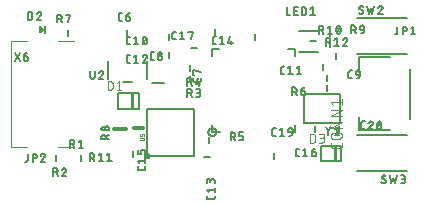
<source format=gbr>
G04 EAGLE Gerber RS-274X export*
G75*
%MOMM*%
%FSLAX34Y34*%
%LPD*%
%INSilkscreen Top*%
%IPPOS*%
%AMOC8*
5,1,8,0,0,1.08239X$1,22.5*%
G01*
%ADD10C,0.203200*%
%ADD11C,0.152400*%
%ADD12C,0.127000*%
%ADD13C,0.076200*%
%ADD14C,0.050800*%
%ADD15C,0.304800*%
%ADD16C,0.101600*%
%ADD17R,0.127000X0.762000*%

G36*
X12896Y140216D02*
X12896Y140216D01*
X12925Y140215D01*
X13015Y140242D01*
X13107Y140262D01*
X13132Y140277D01*
X13161Y140286D01*
X13303Y140376D01*
X16478Y142916D01*
X16547Y142993D01*
X16620Y143066D01*
X16629Y143084D01*
X16642Y143098D01*
X16684Y143194D01*
X16730Y143286D01*
X16732Y143306D01*
X16740Y143324D01*
X16749Y143427D01*
X16763Y143530D01*
X16759Y143549D01*
X16761Y143569D01*
X16736Y143670D01*
X16717Y143772D01*
X16707Y143789D01*
X16703Y143808D01*
X16647Y143896D01*
X16596Y143986D01*
X16579Y144003D01*
X16571Y144016D01*
X16546Y144036D01*
X16478Y144104D01*
X13303Y146644D01*
X13277Y146659D01*
X13255Y146680D01*
X13170Y146719D01*
X13088Y146765D01*
X13059Y146771D01*
X13032Y146783D01*
X12939Y146793D01*
X12847Y146811D01*
X12817Y146807D01*
X12788Y146810D01*
X12696Y146790D01*
X12603Y146778D01*
X12576Y146764D01*
X12547Y146758D01*
X12467Y146710D01*
X12383Y146668D01*
X12362Y146647D01*
X12336Y146632D01*
X12275Y146560D01*
X12209Y146494D01*
X12196Y146468D01*
X12176Y146445D01*
X12141Y146358D01*
X12099Y146274D01*
X12095Y146244D01*
X12084Y146217D01*
X12066Y146050D01*
X12066Y140970D01*
X12071Y140941D01*
X12068Y140911D01*
X12090Y140820D01*
X12106Y140727D01*
X12119Y140701D01*
X12126Y140672D01*
X12177Y140593D01*
X12221Y140510D01*
X12242Y140489D01*
X12258Y140464D01*
X12331Y140405D01*
X12399Y140341D01*
X12426Y140328D01*
X12449Y140309D01*
X12537Y140276D01*
X12622Y140237D01*
X12652Y140234D01*
X12679Y140223D01*
X12773Y140220D01*
X12866Y140210D01*
X12896Y140216D01*
G37*
D10*
X86614Y143129D02*
X86614Y132969D01*
D11*
X82436Y151011D02*
X80969Y151011D01*
X80895Y151013D01*
X80820Y151019D01*
X80747Y151028D01*
X80673Y151041D01*
X80601Y151058D01*
X80530Y151078D01*
X80459Y151102D01*
X80390Y151130D01*
X80323Y151161D01*
X80257Y151195D01*
X80192Y151233D01*
X80130Y151274D01*
X80070Y151318D01*
X80013Y151365D01*
X79958Y151415D01*
X79905Y151468D01*
X79855Y151523D01*
X79808Y151580D01*
X79764Y151640D01*
X79723Y151702D01*
X79685Y151767D01*
X79651Y151833D01*
X79620Y151900D01*
X79592Y151969D01*
X79568Y152040D01*
X79548Y152111D01*
X79531Y152183D01*
X79518Y152257D01*
X79509Y152330D01*
X79503Y152405D01*
X79501Y152479D01*
X79501Y156147D01*
X79503Y156221D01*
X79509Y156296D01*
X79518Y156369D01*
X79531Y156443D01*
X79548Y156515D01*
X79568Y156586D01*
X79592Y156657D01*
X79620Y156726D01*
X79651Y156793D01*
X79685Y156859D01*
X79723Y156924D01*
X79764Y156986D01*
X79808Y157046D01*
X79855Y157103D01*
X79905Y157158D01*
X79958Y157211D01*
X80013Y157261D01*
X80070Y157308D01*
X80130Y157352D01*
X80192Y157393D01*
X80257Y157431D01*
X80322Y157465D01*
X80390Y157496D01*
X80459Y157524D01*
X80530Y157548D01*
X80601Y157568D01*
X80673Y157585D01*
X80747Y157598D01*
X80820Y157607D01*
X80895Y157613D01*
X80969Y157615D01*
X82436Y157615D01*
X85633Y154680D02*
X87834Y154680D01*
X87908Y154678D01*
X87983Y154672D01*
X88056Y154663D01*
X88130Y154650D01*
X88202Y154633D01*
X88273Y154613D01*
X88344Y154589D01*
X88413Y154561D01*
X88480Y154530D01*
X88546Y154496D01*
X88611Y154458D01*
X88673Y154417D01*
X88733Y154373D01*
X88790Y154326D01*
X88845Y154276D01*
X88898Y154223D01*
X88948Y154168D01*
X88995Y154111D01*
X89039Y154051D01*
X89080Y153989D01*
X89118Y153924D01*
X89152Y153858D01*
X89183Y153791D01*
X89211Y153722D01*
X89235Y153651D01*
X89255Y153580D01*
X89272Y153508D01*
X89285Y153434D01*
X89294Y153361D01*
X89300Y153286D01*
X89302Y153212D01*
X89301Y153212D02*
X89301Y152845D01*
X89299Y152760D01*
X89293Y152676D01*
X89283Y152592D01*
X89270Y152508D01*
X89252Y152425D01*
X89231Y152343D01*
X89206Y152262D01*
X89177Y152182D01*
X89145Y152104D01*
X89109Y152028D01*
X89069Y151953D01*
X89026Y151880D01*
X88980Y151809D01*
X88931Y151740D01*
X88878Y151673D01*
X88822Y151609D01*
X88764Y151548D01*
X88703Y151490D01*
X88639Y151434D01*
X88572Y151381D01*
X88503Y151332D01*
X88432Y151286D01*
X88359Y151243D01*
X88284Y151203D01*
X88208Y151167D01*
X88130Y151135D01*
X88050Y151106D01*
X87969Y151081D01*
X87887Y151060D01*
X87804Y151042D01*
X87720Y151029D01*
X87636Y151019D01*
X87552Y151013D01*
X87467Y151011D01*
X87382Y151013D01*
X87298Y151019D01*
X87214Y151029D01*
X87130Y151042D01*
X87047Y151060D01*
X86965Y151081D01*
X86884Y151106D01*
X86804Y151135D01*
X86726Y151167D01*
X86650Y151203D01*
X86575Y151243D01*
X86502Y151286D01*
X86431Y151332D01*
X86362Y151381D01*
X86295Y151434D01*
X86231Y151490D01*
X86170Y151548D01*
X86112Y151609D01*
X86056Y151673D01*
X86003Y151740D01*
X85954Y151809D01*
X85908Y151880D01*
X85865Y151953D01*
X85825Y152028D01*
X85789Y152104D01*
X85757Y152182D01*
X85728Y152262D01*
X85703Y152343D01*
X85682Y152425D01*
X85664Y152508D01*
X85651Y152592D01*
X85641Y152676D01*
X85635Y152760D01*
X85633Y152845D01*
X85633Y154680D01*
X85635Y154787D01*
X85641Y154894D01*
X85651Y155001D01*
X85664Y155107D01*
X85682Y155213D01*
X85703Y155318D01*
X85728Y155422D01*
X85757Y155526D01*
X85790Y155628D01*
X85827Y155728D01*
X85867Y155828D01*
X85911Y155926D01*
X85958Y156022D01*
X86009Y156116D01*
X86063Y156209D01*
X86120Y156299D01*
X86181Y156388D01*
X86245Y156474D01*
X86312Y156557D01*
X86382Y156639D01*
X86455Y156717D01*
X86531Y156793D01*
X86609Y156866D01*
X86691Y156936D01*
X86774Y157003D01*
X86860Y157067D01*
X86949Y157128D01*
X87039Y157185D01*
X87132Y157239D01*
X87226Y157290D01*
X87322Y157337D01*
X87420Y157381D01*
X87520Y157421D01*
X87620Y157458D01*
X87722Y157491D01*
X87826Y157520D01*
X87930Y157545D01*
X88035Y157566D01*
X88141Y157584D01*
X88247Y157597D01*
X88354Y157607D01*
X88461Y157613D01*
X88568Y157615D01*
D10*
X107315Y98425D02*
X117475Y98425D01*
D11*
X109217Y117887D02*
X107750Y117887D01*
X107676Y117889D01*
X107601Y117895D01*
X107528Y117904D01*
X107454Y117917D01*
X107382Y117934D01*
X107311Y117954D01*
X107240Y117978D01*
X107171Y118006D01*
X107104Y118037D01*
X107038Y118071D01*
X106973Y118109D01*
X106911Y118150D01*
X106851Y118194D01*
X106794Y118241D01*
X106739Y118291D01*
X106686Y118344D01*
X106636Y118399D01*
X106589Y118456D01*
X106545Y118516D01*
X106504Y118578D01*
X106466Y118643D01*
X106432Y118709D01*
X106401Y118776D01*
X106373Y118845D01*
X106349Y118916D01*
X106329Y118987D01*
X106312Y119059D01*
X106299Y119133D01*
X106290Y119206D01*
X106284Y119281D01*
X106282Y119355D01*
X106282Y123023D01*
X106284Y123097D01*
X106290Y123172D01*
X106299Y123245D01*
X106312Y123319D01*
X106329Y123391D01*
X106349Y123462D01*
X106373Y123533D01*
X106401Y123602D01*
X106432Y123669D01*
X106466Y123735D01*
X106504Y123800D01*
X106545Y123862D01*
X106589Y123922D01*
X106636Y123979D01*
X106686Y124034D01*
X106739Y124087D01*
X106794Y124137D01*
X106851Y124184D01*
X106911Y124228D01*
X106973Y124269D01*
X107038Y124307D01*
X107103Y124341D01*
X107171Y124372D01*
X107240Y124400D01*
X107311Y124424D01*
X107382Y124444D01*
X107454Y124461D01*
X107528Y124474D01*
X107601Y124483D01*
X107676Y124489D01*
X107750Y124491D01*
X109217Y124491D01*
X112414Y119721D02*
X112416Y119806D01*
X112422Y119890D01*
X112432Y119974D01*
X112445Y120058D01*
X112463Y120141D01*
X112484Y120223D01*
X112509Y120304D01*
X112538Y120384D01*
X112570Y120462D01*
X112606Y120538D01*
X112646Y120613D01*
X112689Y120686D01*
X112735Y120757D01*
X112784Y120826D01*
X112837Y120893D01*
X112893Y120957D01*
X112951Y121018D01*
X113012Y121076D01*
X113076Y121132D01*
X113143Y121185D01*
X113212Y121234D01*
X113283Y121280D01*
X113356Y121323D01*
X113431Y121363D01*
X113507Y121399D01*
X113585Y121431D01*
X113665Y121460D01*
X113746Y121485D01*
X113828Y121506D01*
X113911Y121524D01*
X113995Y121537D01*
X114079Y121547D01*
X114163Y121553D01*
X114248Y121555D01*
X114333Y121553D01*
X114417Y121547D01*
X114501Y121537D01*
X114585Y121524D01*
X114668Y121506D01*
X114750Y121485D01*
X114831Y121460D01*
X114911Y121431D01*
X114989Y121399D01*
X115065Y121363D01*
X115140Y121323D01*
X115213Y121280D01*
X115284Y121234D01*
X115353Y121185D01*
X115420Y121132D01*
X115484Y121076D01*
X115545Y121018D01*
X115603Y120957D01*
X115659Y120893D01*
X115712Y120826D01*
X115761Y120757D01*
X115807Y120686D01*
X115850Y120613D01*
X115890Y120538D01*
X115926Y120462D01*
X115958Y120384D01*
X115987Y120304D01*
X116012Y120223D01*
X116033Y120141D01*
X116051Y120058D01*
X116064Y119974D01*
X116074Y119890D01*
X116080Y119806D01*
X116082Y119721D01*
X116080Y119636D01*
X116074Y119552D01*
X116064Y119468D01*
X116051Y119384D01*
X116033Y119301D01*
X116012Y119219D01*
X115987Y119138D01*
X115958Y119058D01*
X115926Y118980D01*
X115890Y118904D01*
X115850Y118829D01*
X115807Y118756D01*
X115761Y118685D01*
X115712Y118616D01*
X115659Y118549D01*
X115603Y118485D01*
X115545Y118424D01*
X115484Y118366D01*
X115420Y118310D01*
X115353Y118257D01*
X115284Y118208D01*
X115213Y118162D01*
X115140Y118119D01*
X115065Y118079D01*
X114989Y118043D01*
X114911Y118011D01*
X114831Y117982D01*
X114750Y117957D01*
X114668Y117936D01*
X114585Y117918D01*
X114501Y117905D01*
X114417Y117895D01*
X114333Y117889D01*
X114248Y117887D01*
X114163Y117889D01*
X114079Y117895D01*
X113995Y117905D01*
X113911Y117918D01*
X113828Y117936D01*
X113746Y117957D01*
X113665Y117982D01*
X113585Y118011D01*
X113507Y118043D01*
X113431Y118079D01*
X113356Y118119D01*
X113283Y118162D01*
X113212Y118208D01*
X113143Y118257D01*
X113076Y118310D01*
X113012Y118366D01*
X112951Y118424D01*
X112893Y118485D01*
X112837Y118549D01*
X112784Y118616D01*
X112735Y118685D01*
X112689Y118756D01*
X112646Y118829D01*
X112606Y118904D01*
X112570Y118980D01*
X112538Y119058D01*
X112509Y119138D01*
X112484Y119219D01*
X112463Y119301D01*
X112445Y119384D01*
X112432Y119468D01*
X112422Y119552D01*
X112416Y119636D01*
X112414Y119721D01*
X112780Y123023D02*
X112782Y123099D01*
X112788Y123174D01*
X112797Y123249D01*
X112811Y123323D01*
X112828Y123397D01*
X112850Y123469D01*
X112874Y123541D01*
X112903Y123611D01*
X112935Y123679D01*
X112970Y123746D01*
X113009Y123811D01*
X113052Y123874D01*
X113097Y123934D01*
X113145Y123992D01*
X113197Y124048D01*
X113251Y124100D01*
X113308Y124150D01*
X113367Y124197D01*
X113428Y124241D01*
X113492Y124282D01*
X113558Y124319D01*
X113626Y124353D01*
X113695Y124383D01*
X113766Y124410D01*
X113838Y124433D01*
X113911Y124452D01*
X113985Y124467D01*
X114060Y124479D01*
X114135Y124487D01*
X114210Y124491D01*
X114286Y124491D01*
X114361Y124487D01*
X114436Y124479D01*
X114511Y124467D01*
X114585Y124452D01*
X114658Y124433D01*
X114730Y124410D01*
X114801Y124383D01*
X114870Y124353D01*
X114938Y124319D01*
X115004Y124282D01*
X115068Y124241D01*
X115129Y124197D01*
X115188Y124150D01*
X115245Y124100D01*
X115299Y124048D01*
X115351Y123992D01*
X115399Y123934D01*
X115444Y123874D01*
X115487Y123811D01*
X115526Y123746D01*
X115561Y123679D01*
X115593Y123611D01*
X115622Y123541D01*
X115646Y123469D01*
X115668Y123397D01*
X115685Y123323D01*
X115699Y123249D01*
X115708Y123174D01*
X115714Y123099D01*
X115716Y123023D01*
X115714Y122947D01*
X115708Y122872D01*
X115699Y122797D01*
X115685Y122723D01*
X115668Y122649D01*
X115646Y122577D01*
X115622Y122505D01*
X115593Y122435D01*
X115561Y122367D01*
X115526Y122300D01*
X115487Y122235D01*
X115444Y122172D01*
X115399Y122112D01*
X115351Y122054D01*
X115299Y121998D01*
X115245Y121946D01*
X115188Y121896D01*
X115129Y121849D01*
X115068Y121805D01*
X115004Y121764D01*
X114938Y121727D01*
X114870Y121693D01*
X114801Y121663D01*
X114730Y121636D01*
X114658Y121613D01*
X114585Y121594D01*
X114511Y121579D01*
X114436Y121567D01*
X114361Y121559D01*
X114286Y121555D01*
X114210Y121555D01*
X114135Y121559D01*
X114060Y121567D01*
X113985Y121579D01*
X113911Y121594D01*
X113838Y121613D01*
X113766Y121636D01*
X113695Y121663D01*
X113626Y121693D01*
X113558Y121727D01*
X113492Y121764D01*
X113428Y121805D01*
X113367Y121849D01*
X113308Y121896D01*
X113251Y121946D01*
X113197Y121998D01*
X113145Y122054D01*
X113097Y122112D01*
X113052Y122172D01*
X113009Y122235D01*
X112970Y122300D01*
X112935Y122367D01*
X112903Y122435D01*
X112874Y122505D01*
X112850Y122577D01*
X112828Y122649D01*
X112811Y122723D01*
X112797Y122797D01*
X112788Y122872D01*
X112782Y122947D01*
X112780Y123023D01*
D10*
X103495Y117347D02*
X103495Y101347D01*
X70495Y101347D02*
X70495Y117347D01*
X82995Y98847D02*
X90995Y98847D01*
D11*
X55225Y103815D02*
X55225Y108585D01*
X55226Y103815D02*
X55228Y103730D01*
X55234Y103646D01*
X55244Y103562D01*
X55257Y103478D01*
X55275Y103395D01*
X55296Y103313D01*
X55321Y103232D01*
X55350Y103152D01*
X55382Y103074D01*
X55418Y102998D01*
X55458Y102923D01*
X55501Y102850D01*
X55547Y102779D01*
X55596Y102710D01*
X55649Y102643D01*
X55705Y102579D01*
X55763Y102518D01*
X55824Y102460D01*
X55888Y102404D01*
X55955Y102351D01*
X56024Y102302D01*
X56095Y102256D01*
X56168Y102213D01*
X56243Y102173D01*
X56319Y102137D01*
X56397Y102105D01*
X56477Y102076D01*
X56558Y102051D01*
X56640Y102030D01*
X56723Y102012D01*
X56807Y101999D01*
X56891Y101989D01*
X56975Y101983D01*
X57060Y101981D01*
X57145Y101983D01*
X57229Y101989D01*
X57313Y101999D01*
X57397Y102012D01*
X57480Y102030D01*
X57562Y102051D01*
X57643Y102076D01*
X57723Y102105D01*
X57801Y102137D01*
X57877Y102173D01*
X57952Y102213D01*
X58025Y102256D01*
X58096Y102302D01*
X58165Y102351D01*
X58232Y102404D01*
X58296Y102460D01*
X58357Y102518D01*
X58415Y102579D01*
X58471Y102643D01*
X58524Y102710D01*
X58573Y102779D01*
X58619Y102850D01*
X58662Y102923D01*
X58702Y102998D01*
X58738Y103074D01*
X58770Y103152D01*
X58799Y103232D01*
X58824Y103313D01*
X58845Y103395D01*
X58863Y103478D01*
X58876Y103562D01*
X58886Y103646D01*
X58892Y103730D01*
X58894Y103815D01*
X58894Y108585D01*
X64802Y108585D02*
X64881Y108583D01*
X64959Y108578D01*
X65037Y108568D01*
X65114Y108555D01*
X65191Y108538D01*
X65267Y108518D01*
X65342Y108494D01*
X65416Y108467D01*
X65488Y108436D01*
X65559Y108401D01*
X65628Y108364D01*
X65695Y108323D01*
X65760Y108279D01*
X65823Y108232D01*
X65883Y108182D01*
X65941Y108129D01*
X65997Y108073D01*
X66050Y108015D01*
X66100Y107955D01*
X66147Y107892D01*
X66191Y107827D01*
X66232Y107760D01*
X66269Y107691D01*
X66304Y107620D01*
X66335Y107548D01*
X66362Y107474D01*
X66386Y107399D01*
X66406Y107323D01*
X66423Y107246D01*
X66436Y107169D01*
X66446Y107091D01*
X66451Y107013D01*
X66453Y106934D01*
X64802Y108585D02*
X64713Y108583D01*
X64624Y108578D01*
X64536Y108568D01*
X64448Y108555D01*
X64361Y108539D01*
X64274Y108518D01*
X64189Y108494D01*
X64104Y108467D01*
X64021Y108436D01*
X63939Y108401D01*
X63858Y108363D01*
X63779Y108322D01*
X63703Y108278D01*
X63627Y108230D01*
X63554Y108179D01*
X63484Y108126D01*
X63415Y108069D01*
X63349Y108009D01*
X63286Y107947D01*
X63225Y107882D01*
X63167Y107815D01*
X63112Y107745D01*
X63059Y107673D01*
X63010Y107599D01*
X62964Y107523D01*
X62922Y107445D01*
X62882Y107365D01*
X62846Y107284D01*
X62813Y107201D01*
X62784Y107117D01*
X65903Y105650D02*
X65959Y105706D01*
X66013Y105765D01*
X66064Y105826D01*
X66113Y105890D01*
X66158Y105955D01*
X66201Y106023D01*
X66240Y106092D01*
X66277Y106163D01*
X66310Y106236D01*
X66339Y106310D01*
X66366Y106385D01*
X66389Y106461D01*
X66408Y106539D01*
X66424Y106617D01*
X66437Y106695D01*
X66446Y106775D01*
X66451Y106854D01*
X66453Y106934D01*
X65903Y105650D02*
X62784Y101981D01*
X66453Y101981D01*
D10*
X281260Y153684D02*
X323260Y153684D01*
X323260Y123176D02*
X281260Y123176D01*
D11*
X284903Y156972D02*
X284977Y156974D01*
X285051Y156980D01*
X285125Y156989D01*
X285198Y157002D01*
X285271Y157019D01*
X285342Y157039D01*
X285413Y157063D01*
X285482Y157091D01*
X285549Y157122D01*
X285615Y157156D01*
X285680Y157194D01*
X285742Y157235D01*
X285802Y157279D01*
X285859Y157326D01*
X285914Y157376D01*
X285967Y157429D01*
X286017Y157484D01*
X286064Y157541D01*
X286108Y157601D01*
X286149Y157663D01*
X286187Y157728D01*
X286221Y157793D01*
X286252Y157861D01*
X286280Y157930D01*
X286304Y158001D01*
X286324Y158072D01*
X286341Y158144D01*
X286354Y158218D01*
X286363Y158291D01*
X286369Y158366D01*
X286371Y158440D01*
X284903Y156972D02*
X284792Y156974D01*
X284681Y156980D01*
X284570Y156990D01*
X284459Y157004D01*
X284350Y157022D01*
X284241Y157044D01*
X284132Y157069D01*
X284025Y157099D01*
X283919Y157132D01*
X283814Y157170D01*
X283711Y157210D01*
X283609Y157255D01*
X283509Y157303D01*
X283410Y157355D01*
X283314Y157410D01*
X283219Y157469D01*
X283127Y157531D01*
X283037Y157597D01*
X282949Y157665D01*
X282864Y157737D01*
X282782Y157812D01*
X282702Y157889D01*
X282885Y162108D02*
X282887Y162182D01*
X282893Y162257D01*
X282902Y162330D01*
X282915Y162404D01*
X282932Y162476D01*
X282952Y162547D01*
X282976Y162618D01*
X283004Y162687D01*
X283035Y162754D01*
X283069Y162820D01*
X283107Y162885D01*
X283148Y162947D01*
X283192Y163007D01*
X283239Y163064D01*
X283289Y163119D01*
X283342Y163172D01*
X283397Y163222D01*
X283454Y163269D01*
X283514Y163313D01*
X283576Y163354D01*
X283641Y163392D01*
X283707Y163426D01*
X283774Y163457D01*
X283843Y163485D01*
X283914Y163509D01*
X283985Y163529D01*
X284057Y163546D01*
X284131Y163559D01*
X284204Y163568D01*
X284279Y163574D01*
X284353Y163576D01*
X284457Y163574D01*
X284561Y163568D01*
X284665Y163558D01*
X284768Y163545D01*
X284871Y163527D01*
X284973Y163505D01*
X285074Y163480D01*
X285174Y163451D01*
X285273Y163418D01*
X285370Y163381D01*
X285466Y163341D01*
X285561Y163297D01*
X285653Y163249D01*
X285744Y163199D01*
X285833Y163144D01*
X285920Y163087D01*
X286004Y163026D01*
X283619Y160823D02*
X283556Y160862D01*
X283496Y160904D01*
X283438Y160949D01*
X283381Y160997D01*
X283328Y161048D01*
X283277Y161101D01*
X283228Y161156D01*
X283183Y161214D01*
X283140Y161274D01*
X283100Y161336D01*
X283064Y161400D01*
X283030Y161466D01*
X283000Y161534D01*
X282973Y161602D01*
X282950Y161672D01*
X282930Y161743D01*
X282914Y161815D01*
X282901Y161888D01*
X282892Y161961D01*
X282887Y162034D01*
X282885Y162108D01*
X285637Y159725D02*
X285700Y159686D01*
X285760Y159644D01*
X285819Y159599D01*
X285875Y159551D01*
X285928Y159500D01*
X285979Y159447D01*
X286028Y159392D01*
X286073Y159334D01*
X286116Y159274D01*
X286156Y159212D01*
X286192Y159148D01*
X286226Y159082D01*
X286256Y159014D01*
X286283Y158946D01*
X286306Y158876D01*
X286326Y158805D01*
X286342Y158733D01*
X286355Y158660D01*
X286364Y158587D01*
X286369Y158514D01*
X286371Y158440D01*
X285637Y159724D02*
X283619Y160824D01*
X289648Y163576D02*
X291116Y156972D01*
X292583Y161375D01*
X294051Y156972D01*
X295518Y163576D01*
X301057Y163576D02*
X301136Y163574D01*
X301214Y163569D01*
X301292Y163559D01*
X301369Y163546D01*
X301446Y163529D01*
X301522Y163509D01*
X301597Y163485D01*
X301671Y163458D01*
X301743Y163427D01*
X301814Y163392D01*
X301883Y163355D01*
X301950Y163314D01*
X302015Y163270D01*
X302078Y163223D01*
X302138Y163173D01*
X302196Y163120D01*
X302252Y163064D01*
X302305Y163006D01*
X302355Y162946D01*
X302402Y162883D01*
X302446Y162818D01*
X302487Y162751D01*
X302524Y162682D01*
X302559Y162611D01*
X302590Y162539D01*
X302617Y162465D01*
X302641Y162390D01*
X302661Y162314D01*
X302678Y162237D01*
X302691Y162160D01*
X302701Y162082D01*
X302706Y162004D01*
X302708Y161925D01*
X301057Y163576D02*
X300968Y163574D01*
X300879Y163569D01*
X300791Y163559D01*
X300703Y163546D01*
X300616Y163530D01*
X300529Y163509D01*
X300444Y163485D01*
X300359Y163458D01*
X300276Y163427D01*
X300194Y163392D01*
X300113Y163354D01*
X300034Y163313D01*
X299958Y163269D01*
X299882Y163221D01*
X299809Y163170D01*
X299739Y163117D01*
X299670Y163060D01*
X299604Y163000D01*
X299541Y162938D01*
X299480Y162873D01*
X299422Y162806D01*
X299367Y162736D01*
X299314Y162664D01*
X299265Y162590D01*
X299219Y162514D01*
X299177Y162436D01*
X299137Y162356D01*
X299101Y162275D01*
X299068Y162192D01*
X299039Y162108D01*
X302158Y160641D02*
X302214Y160697D01*
X302268Y160756D01*
X302319Y160817D01*
X302368Y160881D01*
X302413Y160946D01*
X302456Y161014D01*
X302495Y161083D01*
X302532Y161154D01*
X302565Y161227D01*
X302594Y161301D01*
X302621Y161376D01*
X302644Y161452D01*
X302663Y161530D01*
X302679Y161608D01*
X302692Y161686D01*
X302701Y161766D01*
X302706Y161845D01*
X302708Y161925D01*
X302158Y160641D02*
X299039Y156972D01*
X302708Y156972D01*
D10*
X323260Y23481D02*
X281260Y23481D01*
X281260Y53989D02*
X323260Y53989D01*
D11*
X305481Y15057D02*
X305479Y14983D01*
X305473Y14908D01*
X305464Y14835D01*
X305451Y14761D01*
X305434Y14689D01*
X305414Y14618D01*
X305390Y14547D01*
X305362Y14478D01*
X305331Y14410D01*
X305297Y14345D01*
X305259Y14280D01*
X305218Y14218D01*
X305174Y14158D01*
X305127Y14101D01*
X305077Y14046D01*
X305024Y13993D01*
X304969Y13943D01*
X304912Y13896D01*
X304852Y13852D01*
X304790Y13811D01*
X304725Y13773D01*
X304659Y13739D01*
X304592Y13708D01*
X304523Y13680D01*
X304452Y13656D01*
X304381Y13636D01*
X304308Y13619D01*
X304235Y13606D01*
X304161Y13597D01*
X304087Y13591D01*
X304013Y13589D01*
X303902Y13591D01*
X303791Y13597D01*
X303680Y13607D01*
X303569Y13621D01*
X303460Y13639D01*
X303351Y13661D01*
X303242Y13686D01*
X303135Y13716D01*
X303029Y13749D01*
X302924Y13787D01*
X302821Y13827D01*
X302719Y13872D01*
X302619Y13920D01*
X302520Y13972D01*
X302424Y14027D01*
X302329Y14086D01*
X302237Y14148D01*
X302147Y14214D01*
X302059Y14282D01*
X301974Y14354D01*
X301892Y14429D01*
X301812Y14506D01*
X301995Y18725D02*
X301997Y18799D01*
X302003Y18874D01*
X302012Y18947D01*
X302025Y19021D01*
X302042Y19093D01*
X302062Y19164D01*
X302086Y19235D01*
X302114Y19304D01*
X302145Y19371D01*
X302179Y19437D01*
X302217Y19502D01*
X302258Y19564D01*
X302302Y19624D01*
X302349Y19681D01*
X302399Y19736D01*
X302452Y19789D01*
X302507Y19839D01*
X302564Y19886D01*
X302624Y19930D01*
X302686Y19971D01*
X302751Y20009D01*
X302817Y20043D01*
X302884Y20074D01*
X302953Y20102D01*
X303024Y20126D01*
X303095Y20146D01*
X303167Y20163D01*
X303241Y20176D01*
X303314Y20185D01*
X303389Y20191D01*
X303463Y20193D01*
X303567Y20191D01*
X303671Y20185D01*
X303775Y20175D01*
X303878Y20162D01*
X303981Y20144D01*
X304083Y20122D01*
X304184Y20097D01*
X304284Y20068D01*
X304383Y20035D01*
X304480Y19998D01*
X304576Y19958D01*
X304671Y19914D01*
X304763Y19866D01*
X304854Y19816D01*
X304943Y19761D01*
X305030Y19704D01*
X305114Y19643D01*
X302729Y17440D02*
X302666Y17479D01*
X302606Y17521D01*
X302548Y17566D01*
X302491Y17614D01*
X302438Y17665D01*
X302387Y17718D01*
X302338Y17773D01*
X302293Y17831D01*
X302250Y17891D01*
X302210Y17953D01*
X302174Y18017D01*
X302140Y18083D01*
X302110Y18151D01*
X302083Y18219D01*
X302060Y18289D01*
X302040Y18360D01*
X302024Y18432D01*
X302011Y18505D01*
X302002Y18578D01*
X301997Y18651D01*
X301995Y18725D01*
X304747Y16342D02*
X304810Y16303D01*
X304870Y16261D01*
X304929Y16216D01*
X304985Y16168D01*
X305038Y16117D01*
X305089Y16064D01*
X305138Y16009D01*
X305183Y15951D01*
X305226Y15891D01*
X305266Y15829D01*
X305302Y15765D01*
X305336Y15699D01*
X305366Y15631D01*
X305393Y15563D01*
X305416Y15493D01*
X305436Y15422D01*
X305452Y15350D01*
X305465Y15277D01*
X305474Y15204D01*
X305479Y15131D01*
X305481Y15057D01*
X304747Y16341D02*
X302729Y17441D01*
X308758Y20193D02*
X310225Y13589D01*
X311693Y17992D01*
X313161Y13589D01*
X314628Y20193D01*
X318149Y13589D02*
X319984Y13589D01*
X320069Y13591D01*
X320153Y13597D01*
X320237Y13607D01*
X320321Y13620D01*
X320404Y13638D01*
X320486Y13659D01*
X320567Y13684D01*
X320647Y13713D01*
X320725Y13745D01*
X320801Y13781D01*
X320876Y13821D01*
X320949Y13864D01*
X321020Y13910D01*
X321089Y13959D01*
X321156Y14012D01*
X321220Y14068D01*
X321281Y14126D01*
X321339Y14187D01*
X321395Y14251D01*
X321448Y14318D01*
X321497Y14387D01*
X321543Y14458D01*
X321586Y14531D01*
X321626Y14606D01*
X321662Y14682D01*
X321694Y14760D01*
X321723Y14840D01*
X321748Y14921D01*
X321769Y15003D01*
X321787Y15086D01*
X321800Y15170D01*
X321810Y15254D01*
X321816Y15338D01*
X321818Y15423D01*
X321816Y15508D01*
X321810Y15592D01*
X321800Y15676D01*
X321787Y15760D01*
X321769Y15843D01*
X321748Y15925D01*
X321723Y16006D01*
X321694Y16086D01*
X321662Y16164D01*
X321626Y16240D01*
X321586Y16315D01*
X321543Y16388D01*
X321497Y16459D01*
X321448Y16528D01*
X321395Y16595D01*
X321339Y16659D01*
X321281Y16720D01*
X321220Y16778D01*
X321156Y16834D01*
X321089Y16887D01*
X321020Y16936D01*
X320949Y16982D01*
X320876Y17025D01*
X320801Y17065D01*
X320725Y17101D01*
X320647Y17133D01*
X320567Y17162D01*
X320486Y17187D01*
X320404Y17208D01*
X320321Y17226D01*
X320237Y17239D01*
X320153Y17249D01*
X320069Y17255D01*
X319984Y17257D01*
X320350Y20193D02*
X318149Y20193D01*
X320350Y20193D02*
X320426Y20191D01*
X320501Y20185D01*
X320576Y20176D01*
X320650Y20162D01*
X320724Y20145D01*
X320796Y20123D01*
X320868Y20099D01*
X320938Y20070D01*
X321006Y20038D01*
X321073Y20003D01*
X321138Y19964D01*
X321201Y19921D01*
X321261Y19876D01*
X321319Y19828D01*
X321375Y19776D01*
X321427Y19722D01*
X321477Y19665D01*
X321524Y19606D01*
X321568Y19545D01*
X321609Y19481D01*
X321646Y19415D01*
X321680Y19347D01*
X321710Y19278D01*
X321737Y19207D01*
X321760Y19135D01*
X321779Y19062D01*
X321794Y18988D01*
X321806Y18913D01*
X321814Y18838D01*
X321818Y18763D01*
X321818Y18687D01*
X321814Y18612D01*
X321806Y18537D01*
X321794Y18462D01*
X321779Y18388D01*
X321760Y18315D01*
X321737Y18243D01*
X321710Y18172D01*
X321680Y18103D01*
X321646Y18035D01*
X321609Y17969D01*
X321568Y17905D01*
X321524Y17844D01*
X321477Y17785D01*
X321427Y17728D01*
X321375Y17674D01*
X321319Y17622D01*
X321261Y17574D01*
X321201Y17529D01*
X321138Y17486D01*
X321073Y17447D01*
X321006Y17412D01*
X320938Y17380D01*
X320868Y17351D01*
X320796Y17327D01*
X320724Y17305D01*
X320650Y17288D01*
X320576Y17274D01*
X320501Y17265D01*
X320426Y17259D01*
X320350Y17257D01*
X320350Y17258D02*
X318883Y17258D01*
D10*
X91821Y35814D02*
X91821Y40894D01*
D11*
X55059Y38862D02*
X55059Y32258D01*
X55059Y38862D02*
X56893Y38862D01*
X56978Y38860D01*
X57062Y38854D01*
X57146Y38844D01*
X57230Y38831D01*
X57313Y38813D01*
X57395Y38792D01*
X57476Y38767D01*
X57556Y38738D01*
X57634Y38706D01*
X57710Y38670D01*
X57785Y38630D01*
X57858Y38587D01*
X57929Y38541D01*
X57998Y38492D01*
X58065Y38439D01*
X58129Y38383D01*
X58190Y38325D01*
X58248Y38264D01*
X58304Y38200D01*
X58357Y38133D01*
X58406Y38064D01*
X58452Y37993D01*
X58495Y37920D01*
X58535Y37845D01*
X58571Y37769D01*
X58603Y37691D01*
X58632Y37611D01*
X58657Y37530D01*
X58678Y37448D01*
X58696Y37365D01*
X58709Y37281D01*
X58719Y37197D01*
X58725Y37113D01*
X58727Y37028D01*
X58725Y36943D01*
X58719Y36859D01*
X58709Y36775D01*
X58696Y36691D01*
X58678Y36608D01*
X58657Y36526D01*
X58632Y36445D01*
X58603Y36365D01*
X58571Y36287D01*
X58535Y36211D01*
X58495Y36136D01*
X58452Y36063D01*
X58406Y35992D01*
X58357Y35923D01*
X58304Y35856D01*
X58248Y35792D01*
X58190Y35731D01*
X58129Y35673D01*
X58065Y35617D01*
X57998Y35564D01*
X57929Y35515D01*
X57858Y35469D01*
X57785Y35426D01*
X57710Y35386D01*
X57634Y35350D01*
X57556Y35318D01*
X57476Y35289D01*
X57395Y35264D01*
X57313Y35243D01*
X57230Y35225D01*
X57146Y35212D01*
X57062Y35202D01*
X56978Y35196D01*
X56893Y35194D01*
X56893Y35193D02*
X55059Y35193D01*
X57260Y35193D02*
X58727Y32258D01*
X62295Y37394D02*
X64129Y38862D01*
X64129Y32258D01*
X62295Y32258D02*
X65964Y32258D01*
X69610Y37394D02*
X71445Y38862D01*
X71445Y32258D01*
X73279Y32258D02*
X69610Y32258D01*
X231776Y142477D02*
X247776Y142477D01*
X246776Y133477D02*
X241276Y133477D01*
X247776Y124477D02*
X231776Y124477D01*
X221488Y155829D02*
X221488Y162433D01*
X221488Y155829D02*
X224423Y155829D01*
X227828Y155829D02*
X230763Y155829D01*
X227828Y155829D02*
X227828Y162433D01*
X230763Y162433D01*
X230029Y159498D02*
X227828Y159498D01*
X234143Y162433D02*
X234143Y155829D01*
X234143Y162433D02*
X235978Y162433D01*
X236063Y162431D01*
X236147Y162425D01*
X236231Y162415D01*
X236315Y162402D01*
X236398Y162384D01*
X236480Y162363D01*
X236561Y162338D01*
X236641Y162309D01*
X236719Y162277D01*
X236795Y162241D01*
X236870Y162201D01*
X236943Y162158D01*
X237014Y162112D01*
X237083Y162063D01*
X237150Y162010D01*
X237214Y161954D01*
X237275Y161896D01*
X237333Y161835D01*
X237389Y161771D01*
X237442Y161704D01*
X237491Y161635D01*
X237537Y161564D01*
X237580Y161491D01*
X237620Y161416D01*
X237656Y161340D01*
X237688Y161262D01*
X237717Y161182D01*
X237742Y161101D01*
X237763Y161019D01*
X237781Y160936D01*
X237794Y160852D01*
X237804Y160768D01*
X237810Y160684D01*
X237812Y160599D01*
X237812Y157663D01*
X237810Y157578D01*
X237804Y157494D01*
X237794Y157410D01*
X237781Y157326D01*
X237763Y157243D01*
X237742Y157161D01*
X237717Y157080D01*
X237688Y157000D01*
X237656Y156922D01*
X237620Y156846D01*
X237580Y156771D01*
X237537Y156698D01*
X237491Y156627D01*
X237442Y156558D01*
X237389Y156491D01*
X237333Y156427D01*
X237275Y156366D01*
X237214Y156308D01*
X237150Y156252D01*
X237083Y156199D01*
X237014Y156150D01*
X236943Y156104D01*
X236870Y156061D01*
X236795Y156021D01*
X236719Y155985D01*
X236641Y155953D01*
X236561Y155924D01*
X236480Y155899D01*
X236398Y155878D01*
X236315Y155860D01*
X236231Y155847D01*
X236147Y155837D01*
X236063Y155831D01*
X235978Y155829D01*
X234143Y155829D01*
X241703Y160965D02*
X243537Y162433D01*
X243537Y155829D01*
X241703Y155829D02*
X245371Y155829D01*
D12*
X250834Y44981D02*
X267834Y44981D01*
X267834Y31981D01*
X250834Y31981D01*
X250834Y44981D01*
X263334Y44481D02*
X263334Y32481D01*
X262334Y32481D01*
X262334Y44481D01*
D13*
X241715Y47862D02*
X241715Y55228D01*
X243761Y55228D01*
X243850Y55226D01*
X243939Y55220D01*
X244028Y55210D01*
X244116Y55197D01*
X244204Y55180D01*
X244291Y55158D01*
X244376Y55133D01*
X244461Y55105D01*
X244544Y55072D01*
X244626Y55036D01*
X244706Y54997D01*
X244784Y54954D01*
X244860Y54908D01*
X244935Y54858D01*
X245007Y54805D01*
X245076Y54749D01*
X245143Y54690D01*
X245208Y54629D01*
X245269Y54564D01*
X245328Y54497D01*
X245384Y54428D01*
X245437Y54356D01*
X245487Y54281D01*
X245533Y54205D01*
X245576Y54127D01*
X245615Y54047D01*
X245651Y53965D01*
X245684Y53882D01*
X245712Y53797D01*
X245737Y53712D01*
X245759Y53625D01*
X245776Y53537D01*
X245789Y53449D01*
X245799Y53360D01*
X245805Y53271D01*
X245807Y53182D01*
X245807Y49908D01*
X245805Y49819D01*
X245799Y49730D01*
X245789Y49641D01*
X245776Y49553D01*
X245759Y49465D01*
X245737Y49378D01*
X245712Y49293D01*
X245684Y49208D01*
X245651Y49125D01*
X245615Y49043D01*
X245576Y48963D01*
X245533Y48885D01*
X245487Y48809D01*
X245437Y48734D01*
X245384Y48662D01*
X245328Y48593D01*
X245269Y48526D01*
X245208Y48461D01*
X245143Y48400D01*
X245076Y48341D01*
X245007Y48285D01*
X244935Y48232D01*
X244860Y48182D01*
X244784Y48136D01*
X244706Y48093D01*
X244626Y48054D01*
X244544Y48018D01*
X244461Y47985D01*
X244376Y47957D01*
X244291Y47932D01*
X244204Y47910D01*
X244116Y47893D01*
X244028Y47880D01*
X243939Y47870D01*
X243850Y47864D01*
X243761Y47862D01*
X241715Y47862D01*
X249274Y47862D02*
X251320Y47862D01*
X251409Y47864D01*
X251498Y47870D01*
X251587Y47880D01*
X251675Y47893D01*
X251763Y47910D01*
X251850Y47932D01*
X251935Y47957D01*
X252020Y47985D01*
X252103Y48018D01*
X252185Y48054D01*
X252265Y48093D01*
X252343Y48136D01*
X252419Y48182D01*
X252494Y48232D01*
X252566Y48285D01*
X252635Y48341D01*
X252702Y48400D01*
X252767Y48461D01*
X252828Y48526D01*
X252887Y48593D01*
X252943Y48662D01*
X252996Y48734D01*
X253046Y48809D01*
X253092Y48885D01*
X253135Y48963D01*
X253174Y49043D01*
X253210Y49125D01*
X253243Y49208D01*
X253271Y49293D01*
X253296Y49378D01*
X253318Y49465D01*
X253335Y49553D01*
X253348Y49641D01*
X253358Y49730D01*
X253364Y49819D01*
X253366Y49908D01*
X253364Y49997D01*
X253358Y50086D01*
X253348Y50175D01*
X253335Y50263D01*
X253318Y50351D01*
X253296Y50438D01*
X253271Y50523D01*
X253243Y50608D01*
X253210Y50691D01*
X253174Y50773D01*
X253135Y50853D01*
X253092Y50931D01*
X253046Y51007D01*
X252996Y51082D01*
X252943Y51154D01*
X252887Y51223D01*
X252828Y51290D01*
X252767Y51355D01*
X252702Y51416D01*
X252635Y51475D01*
X252566Y51531D01*
X252494Y51584D01*
X252419Y51634D01*
X252343Y51680D01*
X252265Y51723D01*
X252185Y51762D01*
X252103Y51798D01*
X252020Y51831D01*
X251935Y51859D01*
X251850Y51884D01*
X251763Y51906D01*
X251675Y51923D01*
X251587Y51936D01*
X251498Y51946D01*
X251409Y51952D01*
X251320Y51954D01*
X251729Y55228D02*
X249274Y55228D01*
X251729Y55228D02*
X251808Y55226D01*
X251887Y55220D01*
X251966Y55211D01*
X252044Y55198D01*
X252121Y55180D01*
X252197Y55160D01*
X252272Y55135D01*
X252346Y55107D01*
X252419Y55076D01*
X252490Y55040D01*
X252559Y55002D01*
X252626Y54960D01*
X252691Y54915D01*
X252754Y54867D01*
X252815Y54816D01*
X252872Y54762D01*
X252928Y54706D01*
X252980Y54647D01*
X253030Y54585D01*
X253076Y54521D01*
X253120Y54455D01*
X253160Y54387D01*
X253196Y54317D01*
X253230Y54245D01*
X253260Y54171D01*
X253286Y54097D01*
X253309Y54021D01*
X253327Y53944D01*
X253343Y53867D01*
X253354Y53788D01*
X253362Y53710D01*
X253366Y53631D01*
X253366Y53551D01*
X253362Y53472D01*
X253354Y53394D01*
X253343Y53315D01*
X253327Y53238D01*
X253309Y53161D01*
X253286Y53085D01*
X253260Y53011D01*
X253230Y52937D01*
X253196Y52865D01*
X253160Y52795D01*
X253120Y52727D01*
X253076Y52661D01*
X253030Y52597D01*
X252980Y52535D01*
X252928Y52476D01*
X252872Y52420D01*
X252815Y52366D01*
X252754Y52315D01*
X252691Y52267D01*
X252626Y52222D01*
X252559Y52180D01*
X252490Y52142D01*
X252419Y52106D01*
X252346Y52075D01*
X252272Y52047D01*
X252197Y52022D01*
X252121Y52002D01*
X252044Y51984D01*
X251966Y51971D01*
X251887Y51962D01*
X251808Y51956D01*
X251729Y51954D01*
X250092Y51954D01*
D11*
X2201Y38354D02*
X2201Y33218D01*
X2202Y33218D02*
X2200Y33144D01*
X2194Y33069D01*
X2185Y32996D01*
X2172Y32922D01*
X2155Y32850D01*
X2135Y32779D01*
X2111Y32708D01*
X2083Y32639D01*
X2052Y32571D01*
X2018Y32506D01*
X1980Y32441D01*
X1939Y32379D01*
X1895Y32319D01*
X1848Y32262D01*
X1798Y32207D01*
X1745Y32154D01*
X1690Y32104D01*
X1633Y32057D01*
X1573Y32013D01*
X1511Y31972D01*
X1446Y31934D01*
X1380Y31900D01*
X1313Y31869D01*
X1244Y31841D01*
X1173Y31817D01*
X1102Y31797D01*
X1029Y31780D01*
X956Y31767D01*
X882Y31758D01*
X808Y31752D01*
X734Y31750D01*
X0Y31750D01*
X6467Y31750D02*
X6467Y38354D01*
X8301Y38354D01*
X8386Y38352D01*
X8470Y38346D01*
X8554Y38336D01*
X8638Y38323D01*
X8721Y38305D01*
X8803Y38284D01*
X8884Y38259D01*
X8964Y38230D01*
X9042Y38198D01*
X9118Y38162D01*
X9193Y38122D01*
X9266Y38079D01*
X9337Y38033D01*
X9406Y37984D01*
X9473Y37931D01*
X9537Y37875D01*
X9598Y37817D01*
X9656Y37756D01*
X9712Y37692D01*
X9765Y37625D01*
X9814Y37556D01*
X9860Y37485D01*
X9903Y37412D01*
X9943Y37337D01*
X9979Y37261D01*
X10011Y37183D01*
X10040Y37103D01*
X10065Y37022D01*
X10086Y36940D01*
X10104Y36857D01*
X10117Y36773D01*
X10127Y36689D01*
X10133Y36605D01*
X10135Y36520D01*
X10133Y36435D01*
X10127Y36351D01*
X10117Y36267D01*
X10104Y36183D01*
X10086Y36100D01*
X10065Y36018D01*
X10040Y35937D01*
X10011Y35857D01*
X9979Y35779D01*
X9943Y35703D01*
X9903Y35628D01*
X9860Y35555D01*
X9814Y35484D01*
X9765Y35415D01*
X9712Y35348D01*
X9656Y35284D01*
X9598Y35223D01*
X9537Y35165D01*
X9473Y35109D01*
X9406Y35056D01*
X9337Y35007D01*
X9266Y34961D01*
X9193Y34918D01*
X9118Y34878D01*
X9042Y34842D01*
X8964Y34810D01*
X8884Y34781D01*
X8803Y34756D01*
X8721Y34735D01*
X8638Y34717D01*
X8554Y34704D01*
X8470Y34694D01*
X8386Y34688D01*
X8301Y34686D01*
X8301Y34685D02*
X6467Y34685D01*
X15375Y38354D02*
X15454Y38352D01*
X15532Y38347D01*
X15610Y38337D01*
X15687Y38324D01*
X15764Y38307D01*
X15840Y38287D01*
X15915Y38263D01*
X15989Y38236D01*
X16061Y38205D01*
X16132Y38170D01*
X16201Y38133D01*
X16268Y38092D01*
X16333Y38048D01*
X16396Y38001D01*
X16456Y37951D01*
X16514Y37898D01*
X16570Y37842D01*
X16623Y37784D01*
X16673Y37724D01*
X16720Y37661D01*
X16764Y37596D01*
X16805Y37529D01*
X16842Y37460D01*
X16877Y37389D01*
X16908Y37317D01*
X16935Y37243D01*
X16959Y37168D01*
X16979Y37092D01*
X16996Y37015D01*
X17009Y36938D01*
X17019Y36860D01*
X17024Y36782D01*
X17026Y36703D01*
X15375Y38354D02*
X15286Y38352D01*
X15197Y38347D01*
X15109Y38337D01*
X15021Y38324D01*
X14934Y38308D01*
X14847Y38287D01*
X14762Y38263D01*
X14677Y38236D01*
X14594Y38205D01*
X14512Y38170D01*
X14431Y38132D01*
X14352Y38091D01*
X14276Y38047D01*
X14200Y37999D01*
X14127Y37948D01*
X14057Y37895D01*
X13988Y37838D01*
X13922Y37778D01*
X13859Y37716D01*
X13798Y37651D01*
X13740Y37584D01*
X13685Y37514D01*
X13632Y37442D01*
X13583Y37368D01*
X13537Y37292D01*
X13495Y37214D01*
X13455Y37134D01*
X13419Y37053D01*
X13386Y36970D01*
X13357Y36886D01*
X16475Y35419D02*
X16531Y35475D01*
X16585Y35534D01*
X16636Y35595D01*
X16685Y35659D01*
X16730Y35724D01*
X16773Y35792D01*
X16812Y35861D01*
X16849Y35932D01*
X16882Y36005D01*
X16911Y36079D01*
X16938Y36154D01*
X16961Y36230D01*
X16980Y36308D01*
X16996Y36386D01*
X17009Y36464D01*
X17018Y36544D01*
X17023Y36623D01*
X17025Y36703D01*
X16475Y35419D02*
X13357Y31750D01*
X17026Y31750D01*
D12*
X101190Y36515D02*
X101192Y36604D01*
X101198Y36693D01*
X101208Y36782D01*
X101222Y36870D01*
X101239Y36957D01*
X101261Y37043D01*
X101287Y37129D01*
X101316Y37213D01*
X101349Y37296D01*
X101385Y37377D01*
X101426Y37457D01*
X101469Y37534D01*
X101516Y37610D01*
X101567Y37683D01*
X101620Y37754D01*
X101677Y37823D01*
X101737Y37889D01*
X101800Y37953D01*
X101865Y38013D01*
X101933Y38071D01*
X102004Y38125D01*
X102077Y38176D01*
X102152Y38224D01*
X102229Y38269D01*
X102308Y38310D01*
X102389Y38347D01*
X102471Y38381D01*
X102555Y38412D01*
X102640Y38438D01*
X102726Y38461D01*
X102813Y38479D01*
X102901Y38494D01*
X102990Y38505D01*
X103079Y38512D01*
X103168Y38515D01*
X103257Y38514D01*
X103346Y38509D01*
X103434Y38500D01*
X103523Y38487D01*
X103610Y38470D01*
X103697Y38450D01*
X103783Y38425D01*
X103867Y38397D01*
X103950Y38365D01*
X104032Y38329D01*
X104112Y38290D01*
X104190Y38247D01*
X104266Y38201D01*
X104340Y38151D01*
X104412Y38098D01*
X104481Y38042D01*
X104548Y37983D01*
X104612Y37921D01*
X104673Y37857D01*
X104732Y37789D01*
X104787Y37719D01*
X104839Y37647D01*
X104888Y37572D01*
X104933Y37496D01*
X104975Y37417D01*
X105013Y37337D01*
X105048Y37255D01*
X105079Y37171D01*
X105107Y37086D01*
X105130Y37000D01*
X105150Y36913D01*
X105166Y36826D01*
X105178Y36737D01*
X105186Y36649D01*
X105190Y36560D01*
X105190Y36470D01*
X105186Y36381D01*
X105178Y36293D01*
X105166Y36204D01*
X105150Y36117D01*
X105130Y36030D01*
X105107Y35944D01*
X105079Y35859D01*
X105048Y35775D01*
X105013Y35693D01*
X104975Y35613D01*
X104933Y35534D01*
X104888Y35458D01*
X104839Y35383D01*
X104787Y35311D01*
X104732Y35241D01*
X104673Y35173D01*
X104612Y35109D01*
X104548Y35047D01*
X104481Y34988D01*
X104412Y34932D01*
X104340Y34879D01*
X104266Y34829D01*
X104190Y34783D01*
X104112Y34740D01*
X104032Y34701D01*
X103950Y34665D01*
X103867Y34633D01*
X103783Y34605D01*
X103697Y34580D01*
X103610Y34560D01*
X103523Y34543D01*
X103434Y34530D01*
X103346Y34521D01*
X103257Y34516D01*
X103168Y34515D01*
X103079Y34518D01*
X102990Y34525D01*
X102901Y34536D01*
X102813Y34551D01*
X102726Y34569D01*
X102640Y34592D01*
X102555Y34618D01*
X102471Y34649D01*
X102389Y34683D01*
X102308Y34720D01*
X102229Y34761D01*
X102152Y34806D01*
X102077Y34854D01*
X102004Y34905D01*
X101933Y34959D01*
X101865Y35017D01*
X101800Y35077D01*
X101737Y35141D01*
X101677Y35207D01*
X101620Y35276D01*
X101567Y35347D01*
X101516Y35420D01*
X101469Y35496D01*
X101426Y35573D01*
X101385Y35653D01*
X101349Y35734D01*
X101316Y35817D01*
X101287Y35901D01*
X101261Y35987D01*
X101239Y36073D01*
X101222Y36160D01*
X101208Y36248D01*
X101198Y36337D01*
X101192Y36426D01*
X101190Y36515D01*
X103190Y36515D02*
X103190Y76515D01*
X143190Y76515D01*
X143190Y36515D01*
X103190Y36515D01*
D14*
X99948Y49769D02*
X97380Y49769D01*
X99948Y49769D02*
X100010Y49771D01*
X100072Y49777D01*
X100133Y49787D01*
X100194Y49800D01*
X100253Y49817D01*
X100312Y49838D01*
X100369Y49863D01*
X100424Y49891D01*
X100477Y49923D01*
X100529Y49958D01*
X100578Y49996D01*
X100624Y50037D01*
X100668Y50081D01*
X100709Y50127D01*
X100747Y50176D01*
X100782Y50228D01*
X100814Y50281D01*
X100842Y50336D01*
X100867Y50393D01*
X100888Y50452D01*
X100905Y50511D01*
X100918Y50572D01*
X100928Y50633D01*
X100934Y50695D01*
X100936Y50757D01*
X100934Y50819D01*
X100928Y50881D01*
X100918Y50942D01*
X100905Y51003D01*
X100888Y51062D01*
X100867Y51121D01*
X100842Y51178D01*
X100814Y51233D01*
X100782Y51286D01*
X100747Y51338D01*
X100709Y51387D01*
X100668Y51433D01*
X100624Y51477D01*
X100578Y51518D01*
X100529Y51556D01*
X100477Y51591D01*
X100424Y51623D01*
X100369Y51651D01*
X100312Y51676D01*
X100253Y51697D01*
X100194Y51714D01*
X100133Y51727D01*
X100072Y51737D01*
X100010Y51743D01*
X99948Y51745D01*
X97380Y51745D01*
X100936Y53549D02*
X100936Y54734D01*
X100934Y54788D01*
X100929Y54842D01*
X100919Y54895D01*
X100907Y54947D01*
X100890Y54999D01*
X100871Y55049D01*
X100847Y55097D01*
X100821Y55144D01*
X100791Y55190D01*
X100759Y55233D01*
X100723Y55273D01*
X100685Y55311D01*
X100645Y55347D01*
X100602Y55379D01*
X100556Y55409D01*
X100509Y55435D01*
X100461Y55459D01*
X100411Y55478D01*
X100359Y55495D01*
X100307Y55507D01*
X100254Y55517D01*
X100200Y55522D01*
X100146Y55524D01*
X99751Y55524D01*
X99697Y55522D01*
X99643Y55517D01*
X99590Y55507D01*
X99538Y55495D01*
X99486Y55478D01*
X99436Y55459D01*
X99388Y55435D01*
X99341Y55409D01*
X99295Y55379D01*
X99252Y55347D01*
X99212Y55311D01*
X99174Y55273D01*
X99138Y55233D01*
X99106Y55190D01*
X99076Y55144D01*
X99050Y55097D01*
X99026Y55049D01*
X99007Y54999D01*
X98990Y54947D01*
X98978Y54895D01*
X98968Y54842D01*
X98963Y54788D01*
X98961Y54734D01*
X98960Y54734D02*
X98960Y53549D01*
X97380Y53549D01*
X97380Y55524D01*
D10*
X155448Y52832D02*
X155448Y47752D01*
D11*
X173990Y49784D02*
X173990Y56388D01*
X175824Y56388D01*
X175909Y56386D01*
X175993Y56380D01*
X176077Y56370D01*
X176161Y56357D01*
X176244Y56339D01*
X176326Y56318D01*
X176407Y56293D01*
X176487Y56264D01*
X176565Y56232D01*
X176641Y56196D01*
X176716Y56156D01*
X176789Y56113D01*
X176860Y56067D01*
X176929Y56018D01*
X176996Y55965D01*
X177060Y55909D01*
X177121Y55851D01*
X177179Y55790D01*
X177235Y55726D01*
X177288Y55659D01*
X177337Y55590D01*
X177383Y55519D01*
X177426Y55446D01*
X177466Y55371D01*
X177502Y55295D01*
X177534Y55217D01*
X177563Y55137D01*
X177588Y55056D01*
X177609Y54974D01*
X177627Y54891D01*
X177640Y54807D01*
X177650Y54723D01*
X177656Y54639D01*
X177658Y54554D01*
X177656Y54469D01*
X177650Y54385D01*
X177640Y54301D01*
X177627Y54217D01*
X177609Y54134D01*
X177588Y54052D01*
X177563Y53971D01*
X177534Y53891D01*
X177502Y53813D01*
X177466Y53737D01*
X177426Y53662D01*
X177383Y53589D01*
X177337Y53518D01*
X177288Y53449D01*
X177235Y53382D01*
X177179Y53318D01*
X177121Y53257D01*
X177060Y53199D01*
X176996Y53143D01*
X176929Y53090D01*
X176860Y53041D01*
X176789Y52995D01*
X176716Y52952D01*
X176641Y52912D01*
X176565Y52876D01*
X176487Y52844D01*
X176407Y52815D01*
X176326Y52790D01*
X176244Y52769D01*
X176161Y52751D01*
X176077Y52738D01*
X175993Y52728D01*
X175909Y52722D01*
X175824Y52720D01*
X175824Y52719D02*
X173990Y52719D01*
X176191Y52719D02*
X177659Y49784D01*
X181226Y49784D02*
X183428Y49784D01*
X183502Y49786D01*
X183577Y49792D01*
X183650Y49801D01*
X183724Y49814D01*
X183796Y49831D01*
X183867Y49851D01*
X183938Y49875D01*
X184007Y49903D01*
X184074Y49934D01*
X184140Y49968D01*
X184205Y50006D01*
X184267Y50047D01*
X184327Y50091D01*
X184384Y50138D01*
X184439Y50188D01*
X184492Y50241D01*
X184542Y50296D01*
X184589Y50353D01*
X184633Y50413D01*
X184674Y50475D01*
X184712Y50540D01*
X184746Y50605D01*
X184777Y50673D01*
X184805Y50742D01*
X184829Y50813D01*
X184849Y50884D01*
X184866Y50956D01*
X184879Y51030D01*
X184888Y51103D01*
X184894Y51178D01*
X184896Y51252D01*
X184895Y51252D02*
X184895Y51985D01*
X184896Y51985D02*
X184894Y52059D01*
X184888Y52134D01*
X184879Y52207D01*
X184866Y52281D01*
X184849Y52353D01*
X184829Y52424D01*
X184805Y52495D01*
X184777Y52564D01*
X184746Y52631D01*
X184712Y52697D01*
X184674Y52762D01*
X184633Y52824D01*
X184589Y52884D01*
X184542Y52941D01*
X184492Y52996D01*
X184439Y53049D01*
X184384Y53099D01*
X184327Y53146D01*
X184267Y53190D01*
X184205Y53231D01*
X184140Y53269D01*
X184074Y53303D01*
X184007Y53334D01*
X183938Y53362D01*
X183867Y53386D01*
X183796Y53406D01*
X183724Y53423D01*
X183650Y53436D01*
X183577Y53445D01*
X183502Y53451D01*
X183428Y53453D01*
X181226Y53453D01*
X181226Y56388D01*
X184895Y56388D01*
D10*
X255270Y100330D02*
X255270Y105410D01*
D11*
X275280Y102362D02*
X276747Y102362D01*
X275280Y102362D02*
X275206Y102364D01*
X275131Y102370D01*
X275058Y102379D01*
X274984Y102392D01*
X274912Y102409D01*
X274841Y102429D01*
X274770Y102453D01*
X274701Y102481D01*
X274634Y102512D01*
X274568Y102546D01*
X274503Y102584D01*
X274441Y102625D01*
X274381Y102669D01*
X274324Y102716D01*
X274269Y102766D01*
X274216Y102819D01*
X274166Y102874D01*
X274119Y102931D01*
X274075Y102991D01*
X274034Y103053D01*
X273996Y103118D01*
X273962Y103184D01*
X273931Y103251D01*
X273903Y103320D01*
X273879Y103391D01*
X273859Y103462D01*
X273842Y103534D01*
X273829Y103608D01*
X273820Y103681D01*
X273814Y103756D01*
X273812Y103830D01*
X273812Y107498D01*
X273814Y107572D01*
X273820Y107647D01*
X273829Y107720D01*
X273842Y107794D01*
X273859Y107866D01*
X273879Y107937D01*
X273903Y108008D01*
X273931Y108077D01*
X273962Y108144D01*
X273996Y108210D01*
X274034Y108275D01*
X274075Y108337D01*
X274119Y108397D01*
X274166Y108454D01*
X274216Y108509D01*
X274269Y108562D01*
X274324Y108612D01*
X274381Y108659D01*
X274441Y108703D01*
X274503Y108744D01*
X274568Y108782D01*
X274633Y108816D01*
X274701Y108847D01*
X274770Y108875D01*
X274841Y108899D01*
X274912Y108919D01*
X274984Y108936D01*
X275058Y108949D01*
X275131Y108958D01*
X275206Y108964D01*
X275280Y108966D01*
X276747Y108966D01*
X281411Y105297D02*
X283612Y105297D01*
X281411Y105297D02*
X281337Y105299D01*
X281262Y105305D01*
X281189Y105314D01*
X281115Y105327D01*
X281043Y105344D01*
X280972Y105364D01*
X280901Y105388D01*
X280832Y105416D01*
X280765Y105447D01*
X280699Y105481D01*
X280634Y105519D01*
X280572Y105560D01*
X280512Y105604D01*
X280455Y105651D01*
X280400Y105701D01*
X280347Y105754D01*
X280297Y105809D01*
X280250Y105866D01*
X280206Y105926D01*
X280165Y105988D01*
X280127Y106053D01*
X280093Y106119D01*
X280062Y106186D01*
X280034Y106255D01*
X280010Y106326D01*
X279990Y106397D01*
X279973Y106469D01*
X279960Y106543D01*
X279951Y106616D01*
X279945Y106691D01*
X279943Y106765D01*
X279944Y106765D02*
X279944Y107132D01*
X279946Y107217D01*
X279952Y107301D01*
X279962Y107385D01*
X279975Y107469D01*
X279993Y107552D01*
X280014Y107634D01*
X280039Y107715D01*
X280068Y107795D01*
X280100Y107873D01*
X280136Y107949D01*
X280176Y108024D01*
X280219Y108097D01*
X280265Y108168D01*
X280314Y108237D01*
X280367Y108304D01*
X280423Y108368D01*
X280481Y108429D01*
X280542Y108487D01*
X280606Y108543D01*
X280673Y108596D01*
X280742Y108645D01*
X280813Y108691D01*
X280886Y108734D01*
X280961Y108774D01*
X281037Y108810D01*
X281115Y108842D01*
X281195Y108871D01*
X281276Y108896D01*
X281358Y108917D01*
X281441Y108935D01*
X281525Y108948D01*
X281609Y108958D01*
X281693Y108964D01*
X281778Y108966D01*
X281863Y108964D01*
X281947Y108958D01*
X282031Y108948D01*
X282115Y108935D01*
X282198Y108917D01*
X282280Y108896D01*
X282361Y108871D01*
X282441Y108842D01*
X282519Y108810D01*
X282595Y108774D01*
X282670Y108734D01*
X282743Y108691D01*
X282814Y108645D01*
X282883Y108596D01*
X282950Y108543D01*
X283014Y108487D01*
X283075Y108429D01*
X283133Y108368D01*
X283189Y108304D01*
X283242Y108237D01*
X283291Y108168D01*
X283337Y108097D01*
X283380Y108024D01*
X283420Y107949D01*
X283456Y107873D01*
X283488Y107795D01*
X283517Y107715D01*
X283542Y107634D01*
X283563Y107552D01*
X283581Y107469D01*
X283594Y107385D01*
X283604Y107301D01*
X283610Y107217D01*
X283612Y107132D01*
X283612Y105297D01*
X283610Y105190D01*
X283604Y105083D01*
X283594Y104976D01*
X283581Y104870D01*
X283563Y104764D01*
X283542Y104659D01*
X283517Y104555D01*
X283488Y104451D01*
X283455Y104349D01*
X283418Y104249D01*
X283378Y104149D01*
X283334Y104051D01*
X283287Y103955D01*
X283236Y103861D01*
X283182Y103768D01*
X283125Y103678D01*
X283064Y103589D01*
X283000Y103503D01*
X282933Y103420D01*
X282863Y103338D01*
X282790Y103260D01*
X282714Y103184D01*
X282636Y103111D01*
X282554Y103041D01*
X282471Y102974D01*
X282385Y102910D01*
X282296Y102849D01*
X282206Y102792D01*
X282113Y102738D01*
X282019Y102687D01*
X281923Y102639D01*
X281825Y102596D01*
X281725Y102556D01*
X281625Y102519D01*
X281523Y102486D01*
X281419Y102457D01*
X281315Y102432D01*
X281210Y102411D01*
X281104Y102393D01*
X280998Y102380D01*
X280891Y102370D01*
X280784Y102364D01*
X280677Y102362D01*
D10*
X121793Y134493D02*
X121793Y139573D01*
D11*
X89071Y130937D02*
X87603Y130937D01*
X87529Y130939D01*
X87454Y130945D01*
X87381Y130954D01*
X87307Y130967D01*
X87235Y130984D01*
X87164Y131004D01*
X87093Y131028D01*
X87024Y131056D01*
X86957Y131087D01*
X86891Y131121D01*
X86826Y131159D01*
X86764Y131200D01*
X86704Y131244D01*
X86647Y131291D01*
X86592Y131341D01*
X86539Y131394D01*
X86489Y131449D01*
X86442Y131506D01*
X86398Y131566D01*
X86357Y131628D01*
X86319Y131693D01*
X86285Y131759D01*
X86254Y131826D01*
X86226Y131895D01*
X86202Y131966D01*
X86182Y132037D01*
X86165Y132109D01*
X86152Y132183D01*
X86143Y132256D01*
X86137Y132331D01*
X86135Y132405D01*
X86135Y136073D01*
X86137Y136147D01*
X86143Y136222D01*
X86152Y136295D01*
X86165Y136369D01*
X86182Y136441D01*
X86202Y136512D01*
X86226Y136583D01*
X86254Y136652D01*
X86285Y136719D01*
X86319Y136785D01*
X86357Y136850D01*
X86398Y136912D01*
X86442Y136972D01*
X86489Y137029D01*
X86539Y137084D01*
X86592Y137137D01*
X86647Y137187D01*
X86704Y137234D01*
X86764Y137278D01*
X86826Y137319D01*
X86891Y137357D01*
X86956Y137391D01*
X87024Y137422D01*
X87093Y137450D01*
X87164Y137474D01*
X87235Y137494D01*
X87307Y137511D01*
X87381Y137524D01*
X87454Y137533D01*
X87529Y137539D01*
X87603Y137541D01*
X89071Y137541D01*
X92267Y136073D02*
X94101Y137541D01*
X94101Y130937D01*
X92267Y130937D02*
X95936Y130937D01*
X99582Y134239D02*
X99584Y134384D01*
X99590Y134529D01*
X99599Y134674D01*
X99613Y134819D01*
X99630Y134963D01*
X99652Y135106D01*
X99677Y135250D01*
X99706Y135392D01*
X99738Y135533D01*
X99775Y135674D01*
X99815Y135813D01*
X99859Y135952D01*
X99906Y136089D01*
X99957Y136225D01*
X100012Y136359D01*
X100070Y136492D01*
X100132Y136624D01*
X100158Y136693D01*
X100187Y136760D01*
X100220Y136826D01*
X100256Y136889D01*
X100296Y136951D01*
X100339Y137010D01*
X100385Y137067D01*
X100434Y137121D01*
X100486Y137173D01*
X100541Y137222D01*
X100598Y137267D01*
X100658Y137310D01*
X100720Y137349D01*
X100783Y137385D01*
X100849Y137418D01*
X100916Y137446D01*
X100985Y137472D01*
X101055Y137493D01*
X101126Y137511D01*
X101198Y137524D01*
X101271Y137534D01*
X101344Y137540D01*
X101417Y137542D01*
X101417Y137541D02*
X101490Y137539D01*
X101563Y137533D01*
X101636Y137523D01*
X101708Y137510D01*
X101779Y137492D01*
X101849Y137471D01*
X101917Y137445D01*
X101985Y137417D01*
X102050Y137384D01*
X102114Y137348D01*
X102176Y137309D01*
X102235Y137267D01*
X102292Y137221D01*
X102347Y137172D01*
X102399Y137121D01*
X102448Y137066D01*
X102494Y137009D01*
X102537Y136950D01*
X102577Y136889D01*
X102613Y136825D01*
X102646Y136760D01*
X102675Y136693D01*
X102701Y136624D01*
X102763Y136492D01*
X102821Y136359D01*
X102876Y136225D01*
X102927Y136089D01*
X102974Y135952D01*
X103018Y135813D01*
X103058Y135674D01*
X103095Y135533D01*
X103127Y135392D01*
X103156Y135250D01*
X103181Y135107D01*
X103203Y134963D01*
X103220Y134819D01*
X103234Y134674D01*
X103243Y134529D01*
X103249Y134384D01*
X103251Y134239D01*
X99583Y134239D02*
X99585Y134094D01*
X99591Y133949D01*
X99600Y133804D01*
X99614Y133659D01*
X99631Y133515D01*
X99653Y133372D01*
X99678Y133229D01*
X99706Y133086D01*
X99739Y132945D01*
X99776Y132804D01*
X99816Y132665D01*
X99860Y132526D01*
X99907Y132389D01*
X99958Y132253D01*
X100013Y132119D01*
X100071Y131986D01*
X100133Y131854D01*
X100132Y131855D02*
X100158Y131786D01*
X100187Y131719D01*
X100220Y131653D01*
X100256Y131590D01*
X100296Y131528D01*
X100339Y131469D01*
X100385Y131412D01*
X100434Y131358D01*
X100486Y131306D01*
X100541Y131257D01*
X100598Y131212D01*
X100658Y131169D01*
X100720Y131130D01*
X100783Y131094D01*
X100849Y131061D01*
X100916Y131033D01*
X100985Y131007D01*
X101055Y130986D01*
X101126Y130968D01*
X101198Y130955D01*
X101271Y130945D01*
X101344Y130939D01*
X101417Y130937D01*
X102701Y131854D02*
X102763Y131986D01*
X102821Y132119D01*
X102876Y132253D01*
X102927Y132389D01*
X102974Y132526D01*
X103018Y132665D01*
X103058Y132804D01*
X103095Y132945D01*
X103127Y133086D01*
X103156Y133228D01*
X103181Y133371D01*
X103203Y133515D01*
X103220Y133659D01*
X103234Y133804D01*
X103243Y133949D01*
X103249Y134094D01*
X103251Y134239D01*
X102701Y131854D02*
X102675Y131785D01*
X102646Y131718D01*
X102613Y131653D01*
X102577Y131589D01*
X102537Y131528D01*
X102494Y131469D01*
X102448Y131412D01*
X102399Y131357D01*
X102347Y131306D01*
X102292Y131257D01*
X102235Y131211D01*
X102176Y131169D01*
X102114Y131130D01*
X102050Y131094D01*
X101985Y131061D01*
X101917Y131033D01*
X101849Y131007D01*
X101779Y130986D01*
X101707Y130968D01*
X101636Y130955D01*
X101563Y130945D01*
X101490Y130939D01*
X101417Y130937D01*
X99949Y132405D02*
X102884Y136073D01*
X155321Y56821D02*
X155323Y56937D01*
X155329Y57052D01*
X155339Y57168D01*
X155353Y57283D01*
X155371Y57397D01*
X155393Y57511D01*
X155418Y57624D01*
X155448Y57736D01*
X155482Y57846D01*
X155519Y57956D01*
X155560Y58064D01*
X155605Y58171D01*
X155653Y58276D01*
X155705Y58380D01*
X155761Y58481D01*
X155820Y58581D01*
X155882Y58678D01*
X155948Y58774D01*
X156017Y58867D01*
X156089Y58957D01*
X156164Y59045D01*
X156243Y59130D01*
X156324Y59213D01*
X156408Y59293D01*
X156495Y59370D01*
X156584Y59443D01*
X156676Y59514D01*
X156770Y59581D01*
X156866Y59645D01*
X156965Y59706D01*
X157065Y59763D01*
X157168Y59817D01*
X157272Y59868D01*
X157378Y59914D01*
X157486Y59957D01*
X157595Y59996D01*
X157705Y60032D01*
X157816Y60063D01*
X157929Y60091D01*
X158042Y60115D01*
X158156Y60135D01*
X158271Y60151D01*
X158386Y60163D01*
X158501Y60171D01*
X158617Y60175D01*
X158733Y60175D01*
X158849Y60171D01*
X158964Y60163D01*
X159079Y60151D01*
X159194Y60135D01*
X159308Y60115D01*
X159421Y60091D01*
X159534Y60063D01*
X159645Y60032D01*
X159755Y59996D01*
X159864Y59957D01*
X159972Y59914D01*
X160078Y59868D01*
X160182Y59817D01*
X160285Y59763D01*
X160385Y59706D01*
X160484Y59645D01*
X160580Y59581D01*
X160674Y59514D01*
X160766Y59443D01*
X160855Y59370D01*
X160942Y59293D01*
X161026Y59213D01*
X161107Y59130D01*
X161186Y59045D01*
X161261Y58957D01*
X161333Y58867D01*
X161402Y58774D01*
X161468Y58678D01*
X161530Y58581D01*
X161589Y58481D01*
X161645Y58380D01*
X161697Y58276D01*
X161745Y58171D01*
X161790Y58064D01*
X161831Y57956D01*
X161868Y57846D01*
X161902Y57736D01*
X161932Y57624D01*
X161957Y57511D01*
X161979Y57397D01*
X161997Y57283D01*
X162011Y57168D01*
X162021Y57052D01*
X162027Y56937D01*
X162029Y56821D01*
X162027Y56705D01*
X162021Y56590D01*
X162011Y56474D01*
X161997Y56359D01*
X161979Y56245D01*
X161957Y56131D01*
X161932Y56018D01*
X161902Y55906D01*
X161868Y55796D01*
X161831Y55686D01*
X161790Y55578D01*
X161745Y55471D01*
X161697Y55366D01*
X161645Y55262D01*
X161589Y55161D01*
X161530Y55061D01*
X161468Y54964D01*
X161402Y54868D01*
X161333Y54775D01*
X161261Y54685D01*
X161186Y54597D01*
X161107Y54512D01*
X161026Y54429D01*
X160942Y54349D01*
X160855Y54272D01*
X160766Y54199D01*
X160674Y54128D01*
X160580Y54061D01*
X160484Y53997D01*
X160385Y53936D01*
X160285Y53879D01*
X160182Y53825D01*
X160078Y53774D01*
X159972Y53728D01*
X159864Y53685D01*
X159755Y53646D01*
X159645Y53610D01*
X159534Y53579D01*
X159421Y53551D01*
X159308Y53527D01*
X159194Y53507D01*
X159079Y53491D01*
X158964Y53479D01*
X158849Y53471D01*
X158733Y53467D01*
X158617Y53467D01*
X158501Y53471D01*
X158386Y53479D01*
X158271Y53491D01*
X158156Y53507D01*
X158042Y53527D01*
X157929Y53551D01*
X157816Y53579D01*
X157705Y53610D01*
X157595Y53646D01*
X157486Y53685D01*
X157378Y53728D01*
X157272Y53774D01*
X157168Y53825D01*
X157065Y53879D01*
X156965Y53936D01*
X156866Y53997D01*
X156770Y54061D01*
X156676Y54128D01*
X156584Y54199D01*
X156495Y54272D01*
X156408Y54349D01*
X156324Y54429D01*
X156243Y54512D01*
X156164Y54597D01*
X156089Y54685D01*
X156017Y54775D01*
X155948Y54868D01*
X155882Y54964D01*
X155820Y55061D01*
X155761Y55161D01*
X155705Y55262D01*
X155653Y55366D01*
X155605Y55471D01*
X155560Y55578D01*
X155519Y55686D01*
X155482Y55796D01*
X155448Y55906D01*
X155418Y56018D01*
X155393Y56131D01*
X155371Y56245D01*
X155353Y56359D01*
X155339Y56474D01*
X155329Y56590D01*
X155323Y56705D01*
X155321Y56821D01*
X158675Y56821D02*
X165175Y56821D01*
X158675Y56821D02*
X158675Y62821D01*
X158675Y120821D02*
X158675Y126821D01*
X164675Y126821D01*
X228675Y126821D02*
X228675Y120821D01*
X228675Y126821D02*
X222675Y126821D01*
X222675Y56821D02*
X228675Y56821D01*
X228675Y62821D01*
D10*
X257810Y138430D02*
X257810Y143510D01*
D11*
X276352Y140462D02*
X276352Y147066D01*
X278186Y147066D01*
X278271Y147064D01*
X278355Y147058D01*
X278439Y147048D01*
X278523Y147035D01*
X278606Y147017D01*
X278688Y146996D01*
X278769Y146971D01*
X278849Y146942D01*
X278927Y146910D01*
X279003Y146874D01*
X279078Y146834D01*
X279151Y146791D01*
X279222Y146745D01*
X279291Y146696D01*
X279358Y146643D01*
X279422Y146587D01*
X279483Y146529D01*
X279541Y146468D01*
X279597Y146404D01*
X279650Y146337D01*
X279699Y146268D01*
X279745Y146197D01*
X279788Y146124D01*
X279828Y146049D01*
X279864Y145973D01*
X279896Y145895D01*
X279925Y145815D01*
X279950Y145734D01*
X279971Y145652D01*
X279989Y145569D01*
X280002Y145485D01*
X280012Y145401D01*
X280018Y145317D01*
X280020Y145232D01*
X280018Y145147D01*
X280012Y145063D01*
X280002Y144979D01*
X279989Y144895D01*
X279971Y144812D01*
X279950Y144730D01*
X279925Y144649D01*
X279896Y144569D01*
X279864Y144491D01*
X279828Y144415D01*
X279788Y144340D01*
X279745Y144267D01*
X279699Y144196D01*
X279650Y144127D01*
X279597Y144060D01*
X279541Y143996D01*
X279483Y143935D01*
X279422Y143877D01*
X279358Y143821D01*
X279291Y143768D01*
X279222Y143719D01*
X279151Y143673D01*
X279078Y143630D01*
X279003Y143590D01*
X278927Y143554D01*
X278849Y143522D01*
X278769Y143493D01*
X278688Y143468D01*
X278606Y143447D01*
X278523Y143429D01*
X278439Y143416D01*
X278355Y143406D01*
X278271Y143400D01*
X278186Y143398D01*
X278186Y143397D02*
X276352Y143397D01*
X278553Y143397D02*
X280021Y140462D01*
X285056Y143397D02*
X287257Y143397D01*
X285056Y143397D02*
X284982Y143399D01*
X284907Y143405D01*
X284834Y143414D01*
X284760Y143427D01*
X284688Y143444D01*
X284617Y143464D01*
X284546Y143488D01*
X284477Y143516D01*
X284410Y143547D01*
X284344Y143581D01*
X284279Y143619D01*
X284217Y143660D01*
X284157Y143704D01*
X284100Y143751D01*
X284045Y143801D01*
X283992Y143854D01*
X283942Y143909D01*
X283895Y143966D01*
X283851Y144026D01*
X283810Y144088D01*
X283772Y144153D01*
X283738Y144219D01*
X283707Y144286D01*
X283679Y144355D01*
X283655Y144426D01*
X283635Y144497D01*
X283618Y144569D01*
X283605Y144643D01*
X283596Y144716D01*
X283590Y144791D01*
X283588Y144865D01*
X283588Y145232D01*
X283589Y145232D02*
X283591Y145317D01*
X283597Y145401D01*
X283607Y145485D01*
X283620Y145569D01*
X283638Y145652D01*
X283659Y145734D01*
X283684Y145815D01*
X283713Y145895D01*
X283745Y145973D01*
X283781Y146049D01*
X283821Y146124D01*
X283864Y146197D01*
X283910Y146268D01*
X283959Y146337D01*
X284012Y146404D01*
X284068Y146468D01*
X284126Y146529D01*
X284187Y146587D01*
X284251Y146643D01*
X284318Y146696D01*
X284387Y146745D01*
X284458Y146791D01*
X284531Y146834D01*
X284606Y146874D01*
X284682Y146910D01*
X284760Y146942D01*
X284840Y146971D01*
X284921Y146996D01*
X285003Y147017D01*
X285086Y147035D01*
X285170Y147048D01*
X285254Y147058D01*
X285338Y147064D01*
X285423Y147066D01*
X285508Y147064D01*
X285592Y147058D01*
X285676Y147048D01*
X285760Y147035D01*
X285843Y147017D01*
X285925Y146996D01*
X286006Y146971D01*
X286086Y146942D01*
X286164Y146910D01*
X286240Y146874D01*
X286315Y146834D01*
X286388Y146791D01*
X286459Y146745D01*
X286528Y146696D01*
X286595Y146643D01*
X286659Y146587D01*
X286720Y146529D01*
X286778Y146468D01*
X286834Y146404D01*
X286887Y146337D01*
X286936Y146268D01*
X286982Y146197D01*
X287025Y146124D01*
X287065Y146049D01*
X287101Y145973D01*
X287133Y145895D01*
X287162Y145815D01*
X287187Y145734D01*
X287208Y145652D01*
X287226Y145569D01*
X287239Y145485D01*
X287249Y145401D01*
X287255Y145317D01*
X287257Y145232D01*
X287257Y143397D01*
X287255Y143290D01*
X287249Y143183D01*
X287239Y143076D01*
X287226Y142970D01*
X287208Y142864D01*
X287187Y142759D01*
X287162Y142655D01*
X287133Y142551D01*
X287100Y142449D01*
X287063Y142349D01*
X287023Y142249D01*
X286979Y142151D01*
X286932Y142055D01*
X286881Y141961D01*
X286827Y141868D01*
X286770Y141778D01*
X286709Y141689D01*
X286645Y141603D01*
X286578Y141520D01*
X286508Y141438D01*
X286435Y141360D01*
X286359Y141284D01*
X286281Y141211D01*
X286199Y141141D01*
X286116Y141074D01*
X286030Y141010D01*
X285941Y140949D01*
X285851Y140892D01*
X285758Y140838D01*
X285664Y140787D01*
X285568Y140739D01*
X285470Y140696D01*
X285370Y140656D01*
X285270Y140619D01*
X285168Y140586D01*
X285064Y140557D01*
X284960Y140532D01*
X284855Y140511D01*
X284749Y140493D01*
X284643Y140480D01*
X284536Y140470D01*
X284429Y140464D01*
X284322Y140462D01*
D10*
X145415Y127635D02*
X140335Y127635D01*
D11*
X148971Y102228D02*
X148971Y100760D01*
X148969Y100686D01*
X148963Y100611D01*
X148954Y100538D01*
X148941Y100464D01*
X148924Y100392D01*
X148904Y100321D01*
X148880Y100250D01*
X148852Y100181D01*
X148821Y100114D01*
X148787Y100048D01*
X148749Y99983D01*
X148708Y99921D01*
X148664Y99861D01*
X148617Y99804D01*
X148567Y99749D01*
X148514Y99696D01*
X148459Y99646D01*
X148402Y99599D01*
X148342Y99555D01*
X148280Y99514D01*
X148215Y99476D01*
X148150Y99442D01*
X148082Y99411D01*
X148013Y99383D01*
X147942Y99359D01*
X147871Y99339D01*
X147799Y99322D01*
X147725Y99309D01*
X147652Y99300D01*
X147577Y99294D01*
X147503Y99292D01*
X147503Y99293D02*
X143835Y99293D01*
X143835Y99292D02*
X143761Y99294D01*
X143686Y99300D01*
X143613Y99309D01*
X143539Y99322D01*
X143467Y99339D01*
X143396Y99359D01*
X143325Y99383D01*
X143256Y99411D01*
X143189Y99442D01*
X143123Y99476D01*
X143058Y99514D01*
X142996Y99555D01*
X142936Y99599D01*
X142879Y99646D01*
X142824Y99696D01*
X142771Y99749D01*
X142721Y99804D01*
X142674Y99861D01*
X142630Y99921D01*
X142589Y99983D01*
X142551Y100048D01*
X142517Y100113D01*
X142486Y100181D01*
X142458Y100250D01*
X142434Y100321D01*
X142414Y100392D01*
X142397Y100464D01*
X142384Y100538D01*
X142375Y100611D01*
X142369Y100686D01*
X142367Y100760D01*
X142367Y102228D01*
X142367Y105424D02*
X143101Y105424D01*
X142367Y105424D02*
X142367Y109093D01*
X148971Y107259D01*
D10*
X252349Y109220D02*
X252349Y114300D01*
D11*
X219627Y105664D02*
X218159Y105664D01*
X218085Y105666D01*
X218010Y105672D01*
X217937Y105681D01*
X217863Y105694D01*
X217791Y105711D01*
X217720Y105731D01*
X217649Y105755D01*
X217580Y105783D01*
X217513Y105814D01*
X217447Y105848D01*
X217382Y105886D01*
X217320Y105927D01*
X217260Y105971D01*
X217203Y106018D01*
X217148Y106068D01*
X217095Y106121D01*
X217045Y106176D01*
X216998Y106233D01*
X216954Y106293D01*
X216913Y106355D01*
X216875Y106420D01*
X216841Y106486D01*
X216810Y106553D01*
X216782Y106622D01*
X216758Y106693D01*
X216738Y106764D01*
X216721Y106836D01*
X216708Y106910D01*
X216699Y106983D01*
X216693Y107058D01*
X216691Y107132D01*
X216691Y110800D01*
X216693Y110874D01*
X216699Y110949D01*
X216708Y111022D01*
X216721Y111096D01*
X216738Y111168D01*
X216758Y111239D01*
X216782Y111310D01*
X216810Y111379D01*
X216841Y111446D01*
X216875Y111512D01*
X216913Y111577D01*
X216954Y111639D01*
X216998Y111699D01*
X217045Y111756D01*
X217095Y111811D01*
X217148Y111864D01*
X217203Y111914D01*
X217260Y111961D01*
X217320Y112005D01*
X217382Y112046D01*
X217447Y112084D01*
X217512Y112118D01*
X217580Y112149D01*
X217649Y112177D01*
X217720Y112201D01*
X217791Y112221D01*
X217863Y112238D01*
X217937Y112251D01*
X218010Y112260D01*
X218085Y112266D01*
X218159Y112268D01*
X219627Y112268D01*
X222823Y110800D02*
X224657Y112268D01*
X224657Y105664D01*
X222823Y105664D02*
X226492Y105664D01*
X230138Y110800D02*
X231973Y112268D01*
X231973Y105664D01*
X233807Y105664D02*
X230138Y105664D01*
D10*
X121793Y119126D02*
X121793Y124206D01*
D11*
X89071Y115570D02*
X87603Y115570D01*
X87529Y115572D01*
X87454Y115578D01*
X87381Y115587D01*
X87307Y115600D01*
X87235Y115617D01*
X87164Y115637D01*
X87093Y115661D01*
X87024Y115689D01*
X86957Y115720D01*
X86891Y115754D01*
X86826Y115792D01*
X86764Y115833D01*
X86704Y115877D01*
X86647Y115924D01*
X86592Y115974D01*
X86539Y116027D01*
X86489Y116082D01*
X86442Y116139D01*
X86398Y116199D01*
X86357Y116261D01*
X86319Y116326D01*
X86285Y116392D01*
X86254Y116459D01*
X86226Y116528D01*
X86202Y116599D01*
X86182Y116670D01*
X86165Y116742D01*
X86152Y116816D01*
X86143Y116889D01*
X86137Y116964D01*
X86135Y117038D01*
X86135Y120706D01*
X86137Y120780D01*
X86143Y120855D01*
X86152Y120928D01*
X86165Y121002D01*
X86182Y121074D01*
X86202Y121145D01*
X86226Y121216D01*
X86254Y121285D01*
X86285Y121352D01*
X86319Y121418D01*
X86357Y121483D01*
X86398Y121545D01*
X86442Y121605D01*
X86489Y121662D01*
X86539Y121717D01*
X86592Y121770D01*
X86647Y121820D01*
X86704Y121867D01*
X86764Y121911D01*
X86826Y121952D01*
X86891Y121990D01*
X86956Y122024D01*
X87024Y122055D01*
X87093Y122083D01*
X87164Y122107D01*
X87235Y122127D01*
X87307Y122144D01*
X87381Y122157D01*
X87454Y122166D01*
X87529Y122172D01*
X87603Y122174D01*
X89071Y122174D01*
X92267Y120706D02*
X94101Y122174D01*
X94101Y115570D01*
X92267Y115570D02*
X95936Y115570D01*
X101600Y122174D02*
X101679Y122172D01*
X101757Y122167D01*
X101835Y122157D01*
X101912Y122144D01*
X101989Y122127D01*
X102065Y122107D01*
X102140Y122083D01*
X102214Y122056D01*
X102286Y122025D01*
X102357Y121990D01*
X102426Y121953D01*
X102493Y121912D01*
X102558Y121868D01*
X102621Y121821D01*
X102681Y121771D01*
X102739Y121718D01*
X102795Y121662D01*
X102848Y121604D01*
X102898Y121544D01*
X102945Y121481D01*
X102989Y121416D01*
X103030Y121349D01*
X103067Y121280D01*
X103102Y121209D01*
X103133Y121137D01*
X103160Y121063D01*
X103184Y120988D01*
X103204Y120912D01*
X103221Y120835D01*
X103234Y120758D01*
X103244Y120680D01*
X103249Y120602D01*
X103251Y120523D01*
X101600Y122174D02*
X101511Y122172D01*
X101422Y122167D01*
X101334Y122157D01*
X101246Y122144D01*
X101159Y122128D01*
X101072Y122107D01*
X100987Y122083D01*
X100902Y122056D01*
X100819Y122025D01*
X100737Y121990D01*
X100656Y121952D01*
X100577Y121911D01*
X100501Y121867D01*
X100425Y121819D01*
X100352Y121768D01*
X100282Y121715D01*
X100213Y121658D01*
X100147Y121598D01*
X100084Y121536D01*
X100023Y121471D01*
X99965Y121404D01*
X99910Y121334D01*
X99857Y121262D01*
X99808Y121188D01*
X99762Y121112D01*
X99720Y121034D01*
X99680Y120954D01*
X99644Y120873D01*
X99611Y120790D01*
X99582Y120706D01*
X102701Y119239D02*
X102757Y119295D01*
X102811Y119354D01*
X102862Y119415D01*
X102911Y119479D01*
X102956Y119544D01*
X102999Y119612D01*
X103038Y119681D01*
X103075Y119752D01*
X103108Y119825D01*
X103137Y119899D01*
X103164Y119974D01*
X103187Y120050D01*
X103206Y120128D01*
X103222Y120206D01*
X103235Y120284D01*
X103244Y120364D01*
X103249Y120443D01*
X103251Y120523D01*
X102701Y119239D02*
X99582Y115570D01*
X103251Y115570D01*
D10*
X151892Y35560D02*
X156972Y35560D01*
D11*
X160528Y2838D02*
X160528Y1370D01*
X160526Y1296D01*
X160520Y1221D01*
X160511Y1148D01*
X160498Y1074D01*
X160481Y1002D01*
X160461Y931D01*
X160437Y860D01*
X160409Y791D01*
X160378Y724D01*
X160344Y658D01*
X160306Y593D01*
X160265Y531D01*
X160221Y471D01*
X160174Y414D01*
X160124Y359D01*
X160071Y306D01*
X160016Y256D01*
X159959Y209D01*
X159899Y165D01*
X159837Y124D01*
X159772Y86D01*
X159707Y52D01*
X159639Y21D01*
X159570Y-7D01*
X159499Y-31D01*
X159428Y-51D01*
X159356Y-68D01*
X159282Y-81D01*
X159209Y-90D01*
X159134Y-96D01*
X159060Y-98D01*
X155392Y-98D01*
X155318Y-96D01*
X155243Y-90D01*
X155170Y-81D01*
X155096Y-68D01*
X155024Y-51D01*
X154953Y-31D01*
X154882Y-7D01*
X154813Y21D01*
X154746Y52D01*
X154680Y86D01*
X154615Y124D01*
X154553Y165D01*
X154493Y209D01*
X154436Y256D01*
X154381Y306D01*
X154328Y359D01*
X154278Y414D01*
X154231Y471D01*
X154187Y531D01*
X154146Y593D01*
X154108Y658D01*
X154074Y723D01*
X154043Y791D01*
X154015Y860D01*
X153991Y931D01*
X153971Y1002D01*
X153954Y1074D01*
X153941Y1148D01*
X153932Y1221D01*
X153926Y1296D01*
X153924Y1370D01*
X153924Y2838D01*
X155392Y6034D02*
X153924Y7868D01*
X160528Y7868D01*
X160528Y6034D02*
X160528Y9703D01*
X160528Y13349D02*
X160528Y15184D01*
X160526Y15269D01*
X160520Y15353D01*
X160510Y15437D01*
X160497Y15521D01*
X160479Y15604D01*
X160458Y15686D01*
X160433Y15767D01*
X160404Y15847D01*
X160372Y15925D01*
X160336Y16001D01*
X160296Y16076D01*
X160253Y16149D01*
X160207Y16220D01*
X160158Y16289D01*
X160105Y16356D01*
X160049Y16420D01*
X159991Y16481D01*
X159930Y16539D01*
X159866Y16595D01*
X159799Y16648D01*
X159730Y16697D01*
X159659Y16743D01*
X159586Y16786D01*
X159511Y16826D01*
X159435Y16862D01*
X159357Y16894D01*
X159277Y16923D01*
X159196Y16948D01*
X159114Y16969D01*
X159031Y16987D01*
X158947Y17000D01*
X158863Y17010D01*
X158779Y17016D01*
X158694Y17018D01*
X158609Y17016D01*
X158525Y17010D01*
X158441Y17000D01*
X158357Y16987D01*
X158274Y16969D01*
X158192Y16948D01*
X158111Y16923D01*
X158031Y16894D01*
X157953Y16862D01*
X157877Y16826D01*
X157802Y16786D01*
X157729Y16743D01*
X157658Y16697D01*
X157589Y16648D01*
X157522Y16595D01*
X157458Y16539D01*
X157397Y16481D01*
X157339Y16420D01*
X157283Y16356D01*
X157230Y16289D01*
X157181Y16220D01*
X157135Y16149D01*
X157092Y16076D01*
X157052Y16001D01*
X157016Y15925D01*
X156984Y15847D01*
X156955Y15767D01*
X156930Y15686D01*
X156909Y15604D01*
X156891Y15521D01*
X156878Y15437D01*
X156868Y15353D01*
X156862Y15269D01*
X156860Y15184D01*
X153924Y15550D02*
X153924Y13349D01*
X153924Y15550D02*
X153926Y15626D01*
X153932Y15701D01*
X153941Y15776D01*
X153955Y15850D01*
X153972Y15924D01*
X153994Y15996D01*
X154018Y16068D01*
X154047Y16138D01*
X154079Y16206D01*
X154114Y16273D01*
X154153Y16338D01*
X154196Y16401D01*
X154241Y16461D01*
X154289Y16519D01*
X154341Y16575D01*
X154395Y16627D01*
X154452Y16677D01*
X154511Y16724D01*
X154572Y16768D01*
X154636Y16809D01*
X154702Y16846D01*
X154770Y16880D01*
X154839Y16910D01*
X154910Y16937D01*
X154982Y16960D01*
X155055Y16979D01*
X155129Y16994D01*
X155204Y17006D01*
X155279Y17014D01*
X155354Y17018D01*
X155430Y17018D01*
X155505Y17014D01*
X155580Y17006D01*
X155655Y16994D01*
X155729Y16979D01*
X155802Y16960D01*
X155874Y16937D01*
X155945Y16910D01*
X156014Y16880D01*
X156082Y16846D01*
X156148Y16809D01*
X156212Y16768D01*
X156273Y16724D01*
X156332Y16677D01*
X156389Y16627D01*
X156443Y16575D01*
X156495Y16519D01*
X156543Y16461D01*
X156588Y16401D01*
X156631Y16338D01*
X156670Y16273D01*
X156705Y16206D01*
X156737Y16138D01*
X156766Y16068D01*
X156790Y15996D01*
X156812Y15924D01*
X156829Y15850D01*
X156843Y15776D01*
X156852Y15701D01*
X156858Y15626D01*
X156860Y15550D01*
X156859Y15550D02*
X156859Y14083D01*
D10*
X194437Y134620D02*
X194437Y139700D01*
D11*
X161715Y131064D02*
X160247Y131064D01*
X160173Y131066D01*
X160098Y131072D01*
X160025Y131081D01*
X159951Y131094D01*
X159879Y131111D01*
X159808Y131131D01*
X159737Y131155D01*
X159668Y131183D01*
X159601Y131214D01*
X159535Y131248D01*
X159470Y131286D01*
X159408Y131327D01*
X159348Y131371D01*
X159291Y131418D01*
X159236Y131468D01*
X159183Y131521D01*
X159133Y131576D01*
X159086Y131633D01*
X159042Y131693D01*
X159001Y131755D01*
X158963Y131820D01*
X158929Y131886D01*
X158898Y131953D01*
X158870Y132022D01*
X158846Y132093D01*
X158826Y132164D01*
X158809Y132236D01*
X158796Y132310D01*
X158787Y132383D01*
X158781Y132458D01*
X158779Y132532D01*
X158779Y136200D01*
X158781Y136274D01*
X158787Y136349D01*
X158796Y136422D01*
X158809Y136496D01*
X158826Y136568D01*
X158846Y136639D01*
X158870Y136710D01*
X158898Y136779D01*
X158929Y136846D01*
X158963Y136912D01*
X159001Y136977D01*
X159042Y137039D01*
X159086Y137099D01*
X159133Y137156D01*
X159183Y137211D01*
X159236Y137264D01*
X159291Y137314D01*
X159348Y137361D01*
X159408Y137405D01*
X159470Y137446D01*
X159535Y137484D01*
X159600Y137518D01*
X159668Y137549D01*
X159737Y137577D01*
X159808Y137601D01*
X159879Y137621D01*
X159951Y137638D01*
X160025Y137651D01*
X160098Y137660D01*
X160173Y137666D01*
X160247Y137668D01*
X161715Y137668D01*
X164911Y136200D02*
X166745Y137668D01*
X166745Y131064D01*
X164911Y131064D02*
X168580Y131064D01*
X172226Y132532D02*
X173694Y137668D01*
X172226Y132532D02*
X175895Y132532D01*
X174794Y133999D02*
X174794Y131064D01*
D10*
X210820Y39243D02*
X210820Y34163D01*
D11*
X230830Y36195D02*
X232297Y36195D01*
X230830Y36195D02*
X230756Y36197D01*
X230681Y36203D01*
X230608Y36212D01*
X230534Y36225D01*
X230462Y36242D01*
X230391Y36262D01*
X230320Y36286D01*
X230251Y36314D01*
X230184Y36345D01*
X230118Y36379D01*
X230053Y36417D01*
X229991Y36458D01*
X229931Y36502D01*
X229874Y36549D01*
X229819Y36599D01*
X229766Y36652D01*
X229716Y36707D01*
X229669Y36764D01*
X229625Y36824D01*
X229584Y36886D01*
X229546Y36951D01*
X229512Y37017D01*
X229481Y37084D01*
X229453Y37153D01*
X229429Y37224D01*
X229409Y37295D01*
X229392Y37367D01*
X229379Y37441D01*
X229370Y37514D01*
X229364Y37589D01*
X229362Y37663D01*
X229362Y41331D01*
X229364Y41405D01*
X229370Y41480D01*
X229379Y41553D01*
X229392Y41627D01*
X229409Y41699D01*
X229429Y41770D01*
X229453Y41841D01*
X229481Y41910D01*
X229512Y41977D01*
X229546Y42043D01*
X229584Y42108D01*
X229625Y42170D01*
X229669Y42230D01*
X229716Y42287D01*
X229766Y42342D01*
X229819Y42395D01*
X229874Y42445D01*
X229931Y42492D01*
X229991Y42536D01*
X230053Y42577D01*
X230118Y42615D01*
X230183Y42649D01*
X230251Y42680D01*
X230320Y42708D01*
X230391Y42732D01*
X230462Y42752D01*
X230534Y42769D01*
X230608Y42782D01*
X230681Y42791D01*
X230756Y42797D01*
X230830Y42799D01*
X232297Y42799D01*
X235494Y41331D02*
X237328Y42799D01*
X237328Y36195D01*
X235494Y36195D02*
X239162Y36195D01*
X242809Y39864D02*
X245010Y39864D01*
X245084Y39862D01*
X245159Y39856D01*
X245232Y39847D01*
X245306Y39834D01*
X245378Y39817D01*
X245449Y39797D01*
X245520Y39773D01*
X245589Y39745D01*
X245656Y39714D01*
X245722Y39680D01*
X245787Y39642D01*
X245849Y39601D01*
X245909Y39557D01*
X245966Y39510D01*
X246021Y39460D01*
X246074Y39407D01*
X246124Y39352D01*
X246171Y39295D01*
X246215Y39235D01*
X246256Y39173D01*
X246294Y39108D01*
X246328Y39042D01*
X246359Y38975D01*
X246387Y38906D01*
X246411Y38835D01*
X246431Y38764D01*
X246448Y38692D01*
X246461Y38618D01*
X246470Y38545D01*
X246476Y38470D01*
X246478Y38396D01*
X246478Y38029D01*
X246477Y38029D02*
X246475Y37944D01*
X246469Y37860D01*
X246459Y37776D01*
X246446Y37692D01*
X246428Y37609D01*
X246407Y37527D01*
X246382Y37446D01*
X246353Y37366D01*
X246321Y37288D01*
X246285Y37212D01*
X246245Y37137D01*
X246202Y37064D01*
X246156Y36993D01*
X246107Y36924D01*
X246054Y36857D01*
X245998Y36793D01*
X245940Y36732D01*
X245879Y36674D01*
X245815Y36618D01*
X245748Y36565D01*
X245679Y36516D01*
X245608Y36470D01*
X245535Y36427D01*
X245460Y36387D01*
X245384Y36351D01*
X245306Y36319D01*
X245226Y36290D01*
X245145Y36265D01*
X245063Y36244D01*
X244980Y36226D01*
X244896Y36213D01*
X244812Y36203D01*
X244728Y36197D01*
X244643Y36195D01*
X244558Y36197D01*
X244474Y36203D01*
X244390Y36213D01*
X244306Y36226D01*
X244223Y36244D01*
X244141Y36265D01*
X244060Y36290D01*
X243980Y36319D01*
X243902Y36351D01*
X243826Y36387D01*
X243751Y36427D01*
X243678Y36470D01*
X243607Y36516D01*
X243538Y36565D01*
X243471Y36618D01*
X243407Y36674D01*
X243346Y36732D01*
X243288Y36793D01*
X243232Y36857D01*
X243179Y36924D01*
X243130Y36993D01*
X243084Y37064D01*
X243041Y37137D01*
X243001Y37212D01*
X242965Y37288D01*
X242933Y37366D01*
X242904Y37446D01*
X242879Y37527D01*
X242858Y37609D01*
X242840Y37692D01*
X242827Y37776D01*
X242817Y37860D01*
X242811Y37944D01*
X242809Y38029D01*
X242809Y39864D01*
X242811Y39971D01*
X242817Y40078D01*
X242827Y40185D01*
X242840Y40291D01*
X242858Y40397D01*
X242879Y40502D01*
X242904Y40606D01*
X242933Y40710D01*
X242966Y40812D01*
X243003Y40912D01*
X243043Y41012D01*
X243087Y41110D01*
X243134Y41206D01*
X243185Y41300D01*
X243239Y41393D01*
X243296Y41483D01*
X243357Y41572D01*
X243421Y41658D01*
X243488Y41741D01*
X243558Y41823D01*
X243631Y41901D01*
X243707Y41977D01*
X243785Y42050D01*
X243867Y42120D01*
X243950Y42187D01*
X244036Y42251D01*
X244125Y42312D01*
X244215Y42369D01*
X244308Y42423D01*
X244402Y42474D01*
X244498Y42521D01*
X244596Y42565D01*
X244696Y42605D01*
X244796Y42642D01*
X244898Y42675D01*
X245002Y42704D01*
X245106Y42729D01*
X245211Y42750D01*
X245317Y42768D01*
X245423Y42781D01*
X245530Y42791D01*
X245637Y42797D01*
X245744Y42799D01*
D10*
X160528Y138811D02*
X160528Y143891D01*
D11*
X127806Y135255D02*
X126338Y135255D01*
X126264Y135257D01*
X126189Y135263D01*
X126116Y135272D01*
X126042Y135285D01*
X125970Y135302D01*
X125899Y135322D01*
X125828Y135346D01*
X125759Y135374D01*
X125692Y135405D01*
X125626Y135439D01*
X125561Y135477D01*
X125499Y135518D01*
X125439Y135562D01*
X125382Y135609D01*
X125327Y135659D01*
X125274Y135712D01*
X125224Y135767D01*
X125177Y135824D01*
X125133Y135884D01*
X125092Y135946D01*
X125054Y136011D01*
X125020Y136077D01*
X124989Y136144D01*
X124961Y136213D01*
X124937Y136284D01*
X124917Y136355D01*
X124900Y136427D01*
X124887Y136501D01*
X124878Y136574D01*
X124872Y136649D01*
X124870Y136723D01*
X124870Y140391D01*
X124872Y140465D01*
X124878Y140540D01*
X124887Y140613D01*
X124900Y140687D01*
X124917Y140759D01*
X124937Y140830D01*
X124961Y140901D01*
X124989Y140970D01*
X125020Y141037D01*
X125054Y141103D01*
X125092Y141168D01*
X125133Y141230D01*
X125177Y141290D01*
X125224Y141347D01*
X125274Y141402D01*
X125327Y141455D01*
X125382Y141505D01*
X125439Y141552D01*
X125499Y141596D01*
X125561Y141637D01*
X125626Y141675D01*
X125691Y141709D01*
X125759Y141740D01*
X125828Y141768D01*
X125899Y141792D01*
X125970Y141812D01*
X126042Y141829D01*
X126116Y141842D01*
X126189Y141851D01*
X126264Y141857D01*
X126338Y141859D01*
X127806Y141859D01*
X131002Y140391D02*
X132836Y141859D01*
X132836Y135255D01*
X131002Y135255D02*
X134671Y135255D01*
X138317Y141125D02*
X138317Y141859D01*
X141986Y141859D01*
X140152Y135255D01*
D12*
X236460Y64335D02*
X266460Y64335D01*
X236460Y64335D02*
X236460Y89335D01*
X266460Y89335D01*
X266460Y64335D01*
D11*
X256868Y57674D02*
X254667Y60793D01*
X256868Y57674D02*
X259070Y60793D01*
X256868Y57674D02*
X256868Y54189D01*
X262349Y59325D02*
X264184Y60793D01*
X264184Y54189D01*
X266018Y54189D02*
X262349Y54189D01*
D10*
X245110Y57150D02*
X245110Y62230D01*
D11*
X212388Y53594D02*
X210920Y53594D01*
X210846Y53596D01*
X210771Y53602D01*
X210698Y53611D01*
X210624Y53624D01*
X210552Y53641D01*
X210481Y53661D01*
X210410Y53685D01*
X210341Y53713D01*
X210274Y53744D01*
X210208Y53778D01*
X210143Y53816D01*
X210081Y53857D01*
X210021Y53901D01*
X209964Y53948D01*
X209909Y53998D01*
X209856Y54051D01*
X209806Y54106D01*
X209759Y54163D01*
X209715Y54223D01*
X209674Y54285D01*
X209636Y54350D01*
X209602Y54416D01*
X209571Y54483D01*
X209543Y54552D01*
X209519Y54623D01*
X209499Y54694D01*
X209482Y54766D01*
X209469Y54840D01*
X209460Y54913D01*
X209454Y54988D01*
X209452Y55062D01*
X209452Y58730D01*
X209454Y58804D01*
X209460Y58879D01*
X209469Y58952D01*
X209482Y59026D01*
X209499Y59098D01*
X209519Y59169D01*
X209543Y59240D01*
X209571Y59309D01*
X209602Y59376D01*
X209636Y59442D01*
X209674Y59507D01*
X209715Y59569D01*
X209759Y59629D01*
X209806Y59686D01*
X209856Y59741D01*
X209909Y59794D01*
X209964Y59844D01*
X210021Y59891D01*
X210081Y59935D01*
X210143Y59976D01*
X210208Y60014D01*
X210273Y60048D01*
X210341Y60079D01*
X210410Y60107D01*
X210481Y60131D01*
X210552Y60151D01*
X210624Y60168D01*
X210698Y60181D01*
X210771Y60190D01*
X210846Y60196D01*
X210920Y60198D01*
X212388Y60198D01*
X215584Y58730D02*
X217418Y60198D01*
X217418Y53594D01*
X215584Y53594D02*
X219253Y53594D01*
X224367Y56529D02*
X226568Y56529D01*
X224367Y56529D02*
X224293Y56531D01*
X224218Y56537D01*
X224145Y56546D01*
X224071Y56559D01*
X223999Y56576D01*
X223928Y56596D01*
X223857Y56620D01*
X223788Y56648D01*
X223721Y56679D01*
X223655Y56713D01*
X223590Y56751D01*
X223528Y56792D01*
X223468Y56836D01*
X223411Y56883D01*
X223356Y56933D01*
X223303Y56986D01*
X223253Y57041D01*
X223206Y57098D01*
X223162Y57158D01*
X223121Y57220D01*
X223083Y57285D01*
X223049Y57351D01*
X223018Y57418D01*
X222990Y57487D01*
X222966Y57558D01*
X222946Y57629D01*
X222929Y57701D01*
X222916Y57775D01*
X222907Y57848D01*
X222901Y57923D01*
X222899Y57997D01*
X222899Y58364D01*
X222900Y58364D02*
X222902Y58449D01*
X222908Y58533D01*
X222918Y58617D01*
X222931Y58701D01*
X222949Y58784D01*
X222970Y58866D01*
X222995Y58947D01*
X223024Y59027D01*
X223056Y59105D01*
X223092Y59181D01*
X223132Y59256D01*
X223175Y59329D01*
X223221Y59400D01*
X223270Y59469D01*
X223323Y59536D01*
X223379Y59600D01*
X223437Y59661D01*
X223498Y59719D01*
X223562Y59775D01*
X223629Y59828D01*
X223698Y59877D01*
X223769Y59923D01*
X223842Y59966D01*
X223917Y60006D01*
X223993Y60042D01*
X224071Y60074D01*
X224151Y60103D01*
X224232Y60128D01*
X224314Y60149D01*
X224397Y60167D01*
X224481Y60180D01*
X224565Y60190D01*
X224649Y60196D01*
X224734Y60198D01*
X224819Y60196D01*
X224903Y60190D01*
X224987Y60180D01*
X225071Y60167D01*
X225154Y60149D01*
X225236Y60128D01*
X225317Y60103D01*
X225397Y60074D01*
X225475Y60042D01*
X225551Y60006D01*
X225626Y59966D01*
X225699Y59923D01*
X225770Y59877D01*
X225839Y59828D01*
X225906Y59775D01*
X225970Y59719D01*
X226031Y59661D01*
X226089Y59600D01*
X226145Y59536D01*
X226198Y59469D01*
X226247Y59400D01*
X226293Y59329D01*
X226336Y59256D01*
X226376Y59181D01*
X226412Y59105D01*
X226444Y59027D01*
X226473Y58947D01*
X226498Y58866D01*
X226519Y58784D01*
X226537Y58701D01*
X226550Y58617D01*
X226560Y58533D01*
X226566Y58449D01*
X226568Y58364D01*
X226568Y56529D01*
X226566Y56422D01*
X226560Y56315D01*
X226550Y56208D01*
X226537Y56102D01*
X226519Y55996D01*
X226498Y55891D01*
X226473Y55787D01*
X226444Y55683D01*
X226411Y55581D01*
X226374Y55481D01*
X226334Y55381D01*
X226290Y55283D01*
X226243Y55187D01*
X226192Y55093D01*
X226138Y55000D01*
X226081Y54910D01*
X226020Y54821D01*
X225956Y54735D01*
X225889Y54652D01*
X225819Y54570D01*
X225746Y54492D01*
X225670Y54416D01*
X225592Y54343D01*
X225510Y54273D01*
X225427Y54206D01*
X225341Y54142D01*
X225252Y54081D01*
X225162Y54024D01*
X225069Y53970D01*
X224975Y53919D01*
X224879Y53871D01*
X224781Y53828D01*
X224681Y53788D01*
X224581Y53751D01*
X224479Y53718D01*
X224375Y53689D01*
X224271Y53664D01*
X224166Y53643D01*
X224060Y53625D01*
X223954Y53612D01*
X223847Y53602D01*
X223740Y53596D01*
X223633Y53594D01*
D10*
X266065Y57150D02*
X266065Y62230D01*
D11*
X286075Y59182D02*
X287542Y59182D01*
X286075Y59182D02*
X286001Y59184D01*
X285926Y59190D01*
X285853Y59199D01*
X285779Y59212D01*
X285707Y59229D01*
X285636Y59249D01*
X285565Y59273D01*
X285496Y59301D01*
X285429Y59332D01*
X285363Y59366D01*
X285298Y59404D01*
X285236Y59445D01*
X285176Y59489D01*
X285119Y59536D01*
X285064Y59586D01*
X285011Y59639D01*
X284961Y59694D01*
X284914Y59751D01*
X284870Y59811D01*
X284829Y59873D01*
X284791Y59938D01*
X284757Y60004D01*
X284726Y60071D01*
X284698Y60140D01*
X284674Y60211D01*
X284654Y60282D01*
X284637Y60354D01*
X284624Y60428D01*
X284615Y60501D01*
X284609Y60576D01*
X284607Y60650D01*
X284607Y64318D01*
X284609Y64392D01*
X284615Y64467D01*
X284624Y64540D01*
X284637Y64614D01*
X284654Y64686D01*
X284674Y64757D01*
X284698Y64828D01*
X284726Y64897D01*
X284757Y64964D01*
X284791Y65030D01*
X284829Y65095D01*
X284870Y65157D01*
X284914Y65217D01*
X284961Y65274D01*
X285011Y65329D01*
X285064Y65382D01*
X285119Y65432D01*
X285176Y65479D01*
X285236Y65523D01*
X285298Y65564D01*
X285363Y65602D01*
X285428Y65636D01*
X285496Y65667D01*
X285565Y65695D01*
X285636Y65719D01*
X285707Y65739D01*
X285779Y65756D01*
X285853Y65769D01*
X285926Y65778D01*
X286001Y65784D01*
X286075Y65786D01*
X287542Y65786D01*
X292756Y65786D02*
X292835Y65784D01*
X292913Y65779D01*
X292991Y65769D01*
X293068Y65756D01*
X293145Y65739D01*
X293221Y65719D01*
X293296Y65695D01*
X293370Y65668D01*
X293442Y65637D01*
X293513Y65602D01*
X293582Y65565D01*
X293649Y65524D01*
X293714Y65480D01*
X293777Y65433D01*
X293837Y65383D01*
X293895Y65330D01*
X293951Y65274D01*
X294004Y65216D01*
X294054Y65156D01*
X294101Y65093D01*
X294145Y65028D01*
X294186Y64961D01*
X294223Y64892D01*
X294258Y64821D01*
X294289Y64749D01*
X294316Y64675D01*
X294340Y64600D01*
X294360Y64524D01*
X294377Y64447D01*
X294390Y64370D01*
X294400Y64292D01*
X294405Y64214D01*
X294407Y64135D01*
X292756Y65786D02*
X292667Y65784D01*
X292578Y65779D01*
X292490Y65769D01*
X292402Y65756D01*
X292315Y65740D01*
X292228Y65719D01*
X292143Y65695D01*
X292058Y65668D01*
X291975Y65637D01*
X291893Y65602D01*
X291812Y65564D01*
X291733Y65523D01*
X291657Y65479D01*
X291581Y65431D01*
X291508Y65380D01*
X291438Y65327D01*
X291369Y65270D01*
X291303Y65210D01*
X291240Y65148D01*
X291179Y65083D01*
X291121Y65016D01*
X291066Y64946D01*
X291013Y64874D01*
X290964Y64800D01*
X290918Y64724D01*
X290876Y64646D01*
X290836Y64566D01*
X290800Y64485D01*
X290767Y64402D01*
X290738Y64318D01*
X293857Y62851D02*
X293913Y62907D01*
X293967Y62966D01*
X294018Y63027D01*
X294067Y63091D01*
X294112Y63156D01*
X294155Y63224D01*
X294194Y63293D01*
X294231Y63364D01*
X294264Y63437D01*
X294293Y63511D01*
X294320Y63586D01*
X294343Y63662D01*
X294362Y63740D01*
X294378Y63818D01*
X294391Y63896D01*
X294400Y63976D01*
X294405Y64055D01*
X294407Y64135D01*
X293857Y62851D02*
X290739Y59182D01*
X294407Y59182D01*
X298054Y62484D02*
X298056Y62629D01*
X298062Y62774D01*
X298071Y62919D01*
X298085Y63064D01*
X298102Y63208D01*
X298124Y63351D01*
X298149Y63495D01*
X298178Y63637D01*
X298210Y63778D01*
X298247Y63919D01*
X298287Y64058D01*
X298331Y64197D01*
X298378Y64334D01*
X298429Y64470D01*
X298484Y64604D01*
X298542Y64737D01*
X298604Y64869D01*
X298603Y64869D02*
X298629Y64938D01*
X298658Y65005D01*
X298691Y65071D01*
X298727Y65134D01*
X298767Y65196D01*
X298810Y65255D01*
X298856Y65312D01*
X298905Y65366D01*
X298957Y65418D01*
X299012Y65467D01*
X299069Y65512D01*
X299129Y65555D01*
X299191Y65594D01*
X299254Y65630D01*
X299320Y65663D01*
X299387Y65691D01*
X299456Y65717D01*
X299526Y65738D01*
X299597Y65756D01*
X299669Y65769D01*
X299742Y65779D01*
X299815Y65785D01*
X299888Y65787D01*
X299888Y65786D02*
X299961Y65784D01*
X300034Y65778D01*
X300107Y65768D01*
X300179Y65755D01*
X300250Y65737D01*
X300320Y65716D01*
X300388Y65690D01*
X300456Y65662D01*
X300521Y65629D01*
X300585Y65593D01*
X300647Y65554D01*
X300706Y65512D01*
X300763Y65466D01*
X300818Y65417D01*
X300870Y65366D01*
X300919Y65311D01*
X300965Y65254D01*
X301008Y65195D01*
X301048Y65134D01*
X301084Y65070D01*
X301117Y65005D01*
X301146Y64938D01*
X301172Y64869D01*
X301173Y64869D02*
X301235Y64737D01*
X301293Y64604D01*
X301348Y64470D01*
X301399Y64334D01*
X301446Y64197D01*
X301490Y64058D01*
X301530Y63919D01*
X301567Y63778D01*
X301599Y63637D01*
X301628Y63495D01*
X301653Y63352D01*
X301675Y63208D01*
X301692Y63064D01*
X301706Y62919D01*
X301715Y62774D01*
X301721Y62629D01*
X301723Y62484D01*
X298054Y62484D02*
X298056Y62339D01*
X298062Y62194D01*
X298071Y62049D01*
X298085Y61904D01*
X298102Y61760D01*
X298124Y61617D01*
X298149Y61474D01*
X298177Y61331D01*
X298210Y61190D01*
X298247Y61049D01*
X298287Y60910D01*
X298331Y60771D01*
X298378Y60634D01*
X298429Y60498D01*
X298484Y60364D01*
X298542Y60231D01*
X298604Y60099D01*
X298603Y60100D02*
X298629Y60031D01*
X298658Y59964D01*
X298691Y59898D01*
X298727Y59835D01*
X298767Y59773D01*
X298810Y59714D01*
X298856Y59657D01*
X298905Y59603D01*
X298957Y59551D01*
X299012Y59502D01*
X299069Y59457D01*
X299129Y59414D01*
X299191Y59375D01*
X299254Y59339D01*
X299320Y59306D01*
X299387Y59278D01*
X299456Y59252D01*
X299526Y59231D01*
X299597Y59213D01*
X299669Y59200D01*
X299742Y59190D01*
X299815Y59184D01*
X299888Y59182D01*
X301172Y60099D02*
X301234Y60231D01*
X301292Y60364D01*
X301347Y60498D01*
X301398Y60634D01*
X301445Y60771D01*
X301489Y60910D01*
X301529Y61049D01*
X301566Y61190D01*
X301598Y61331D01*
X301627Y61473D01*
X301652Y61616D01*
X301674Y61760D01*
X301691Y61904D01*
X301705Y62049D01*
X301714Y62194D01*
X301720Y62339D01*
X301722Y62484D01*
X301172Y60099D02*
X301146Y60030D01*
X301117Y59963D01*
X301084Y59898D01*
X301048Y59834D01*
X301008Y59773D01*
X300965Y59714D01*
X300919Y59657D01*
X300870Y59602D01*
X300818Y59551D01*
X300763Y59502D01*
X300706Y59456D01*
X300647Y59414D01*
X300585Y59375D01*
X300521Y59339D01*
X300456Y59306D01*
X300388Y59278D01*
X300320Y59252D01*
X300250Y59231D01*
X300178Y59213D01*
X300107Y59200D01*
X300034Y59190D01*
X299961Y59184D01*
X299888Y59182D01*
X298421Y60650D02*
X301356Y64318D01*
D10*
X255905Y91440D02*
X255905Y96520D01*
D11*
X226458Y94488D02*
X226458Y87884D01*
X226458Y94488D02*
X228292Y94488D01*
X228377Y94486D01*
X228461Y94480D01*
X228545Y94470D01*
X228629Y94457D01*
X228712Y94439D01*
X228794Y94418D01*
X228875Y94393D01*
X228955Y94364D01*
X229033Y94332D01*
X229109Y94296D01*
X229184Y94256D01*
X229257Y94213D01*
X229328Y94167D01*
X229397Y94118D01*
X229464Y94065D01*
X229528Y94009D01*
X229589Y93951D01*
X229647Y93890D01*
X229703Y93826D01*
X229756Y93759D01*
X229805Y93690D01*
X229851Y93619D01*
X229894Y93546D01*
X229934Y93471D01*
X229970Y93395D01*
X230002Y93317D01*
X230031Y93237D01*
X230056Y93156D01*
X230077Y93074D01*
X230095Y92991D01*
X230108Y92907D01*
X230118Y92823D01*
X230124Y92739D01*
X230126Y92654D01*
X230124Y92569D01*
X230118Y92485D01*
X230108Y92401D01*
X230095Y92317D01*
X230077Y92234D01*
X230056Y92152D01*
X230031Y92071D01*
X230002Y91991D01*
X229970Y91913D01*
X229934Y91837D01*
X229894Y91762D01*
X229851Y91689D01*
X229805Y91618D01*
X229756Y91549D01*
X229703Y91482D01*
X229647Y91418D01*
X229589Y91357D01*
X229528Y91299D01*
X229464Y91243D01*
X229397Y91190D01*
X229328Y91141D01*
X229257Y91095D01*
X229184Y91052D01*
X229109Y91012D01*
X229033Y90976D01*
X228955Y90944D01*
X228875Y90915D01*
X228794Y90890D01*
X228712Y90869D01*
X228629Y90851D01*
X228545Y90838D01*
X228461Y90828D01*
X228377Y90822D01*
X228292Y90820D01*
X228292Y90819D02*
X226458Y90819D01*
X228659Y90819D02*
X230127Y87884D01*
X233694Y91553D02*
X235895Y91553D01*
X235969Y91551D01*
X236044Y91545D01*
X236117Y91536D01*
X236191Y91523D01*
X236263Y91506D01*
X236334Y91486D01*
X236405Y91462D01*
X236474Y91434D01*
X236541Y91403D01*
X236607Y91369D01*
X236672Y91331D01*
X236734Y91290D01*
X236794Y91246D01*
X236851Y91199D01*
X236906Y91149D01*
X236959Y91096D01*
X237009Y91041D01*
X237056Y90984D01*
X237100Y90924D01*
X237141Y90862D01*
X237179Y90797D01*
X237213Y90731D01*
X237244Y90664D01*
X237272Y90595D01*
X237296Y90524D01*
X237316Y90453D01*
X237333Y90381D01*
X237346Y90307D01*
X237355Y90234D01*
X237361Y90159D01*
X237363Y90085D01*
X237363Y89718D01*
X237361Y89633D01*
X237355Y89549D01*
X237345Y89465D01*
X237332Y89381D01*
X237314Y89298D01*
X237293Y89216D01*
X237268Y89135D01*
X237239Y89055D01*
X237207Y88977D01*
X237171Y88901D01*
X237131Y88826D01*
X237088Y88753D01*
X237042Y88682D01*
X236993Y88613D01*
X236940Y88546D01*
X236884Y88482D01*
X236826Y88421D01*
X236765Y88363D01*
X236701Y88307D01*
X236634Y88254D01*
X236565Y88205D01*
X236494Y88159D01*
X236421Y88116D01*
X236346Y88076D01*
X236270Y88040D01*
X236192Y88008D01*
X236112Y87979D01*
X236031Y87954D01*
X235949Y87933D01*
X235866Y87915D01*
X235782Y87902D01*
X235698Y87892D01*
X235614Y87886D01*
X235529Y87884D01*
X235444Y87886D01*
X235360Y87892D01*
X235276Y87902D01*
X235192Y87915D01*
X235109Y87933D01*
X235027Y87954D01*
X234946Y87979D01*
X234866Y88008D01*
X234788Y88040D01*
X234712Y88076D01*
X234637Y88116D01*
X234564Y88159D01*
X234493Y88205D01*
X234424Y88254D01*
X234357Y88307D01*
X234293Y88363D01*
X234232Y88421D01*
X234174Y88482D01*
X234118Y88546D01*
X234065Y88613D01*
X234016Y88682D01*
X233970Y88753D01*
X233927Y88826D01*
X233887Y88901D01*
X233851Y88977D01*
X233819Y89055D01*
X233790Y89135D01*
X233765Y89216D01*
X233744Y89298D01*
X233726Y89381D01*
X233713Y89465D01*
X233703Y89549D01*
X233697Y89633D01*
X233695Y89718D01*
X233694Y89718D02*
X233694Y91553D01*
X233696Y91660D01*
X233702Y91767D01*
X233712Y91874D01*
X233725Y91980D01*
X233743Y92086D01*
X233764Y92191D01*
X233789Y92295D01*
X233818Y92399D01*
X233851Y92501D01*
X233888Y92601D01*
X233928Y92701D01*
X233972Y92799D01*
X234019Y92895D01*
X234070Y92989D01*
X234124Y93082D01*
X234181Y93172D01*
X234242Y93261D01*
X234306Y93347D01*
X234373Y93430D01*
X234443Y93512D01*
X234516Y93590D01*
X234592Y93666D01*
X234670Y93739D01*
X234752Y93809D01*
X234835Y93876D01*
X234921Y93940D01*
X235010Y94001D01*
X235100Y94058D01*
X235193Y94112D01*
X235287Y94163D01*
X235383Y94210D01*
X235481Y94254D01*
X235581Y94294D01*
X235681Y94331D01*
X235783Y94364D01*
X235887Y94393D01*
X235991Y94418D01*
X236096Y94439D01*
X236202Y94457D01*
X236308Y94470D01*
X236415Y94480D01*
X236522Y94486D01*
X236629Y94488D01*
D15*
X99885Y60325D02*
X91885Y60325D01*
D11*
X101981Y27603D02*
X101981Y26135D01*
X101979Y26061D01*
X101973Y25986D01*
X101964Y25913D01*
X101951Y25839D01*
X101934Y25767D01*
X101914Y25696D01*
X101890Y25625D01*
X101862Y25556D01*
X101831Y25489D01*
X101797Y25423D01*
X101759Y25358D01*
X101718Y25296D01*
X101674Y25236D01*
X101627Y25179D01*
X101577Y25124D01*
X101524Y25071D01*
X101469Y25021D01*
X101412Y24974D01*
X101352Y24930D01*
X101290Y24889D01*
X101225Y24851D01*
X101160Y24817D01*
X101092Y24786D01*
X101023Y24758D01*
X100952Y24734D01*
X100881Y24714D01*
X100809Y24697D01*
X100735Y24684D01*
X100662Y24675D01*
X100587Y24669D01*
X100513Y24667D01*
X96845Y24667D01*
X96771Y24669D01*
X96696Y24675D01*
X96623Y24684D01*
X96549Y24697D01*
X96477Y24714D01*
X96406Y24734D01*
X96335Y24758D01*
X96266Y24786D01*
X96199Y24817D01*
X96133Y24851D01*
X96068Y24889D01*
X96006Y24930D01*
X95946Y24974D01*
X95889Y25021D01*
X95834Y25071D01*
X95781Y25124D01*
X95731Y25179D01*
X95684Y25236D01*
X95640Y25296D01*
X95599Y25358D01*
X95561Y25423D01*
X95527Y25488D01*
X95496Y25556D01*
X95468Y25625D01*
X95444Y25696D01*
X95424Y25767D01*
X95407Y25839D01*
X95394Y25913D01*
X95385Y25986D01*
X95379Y26061D01*
X95377Y26135D01*
X95377Y27603D01*
X96845Y30799D02*
X95377Y32633D01*
X101981Y32633D01*
X101981Y30799D02*
X101981Y34468D01*
X101981Y38114D02*
X101981Y40315D01*
X101979Y40389D01*
X101973Y40464D01*
X101964Y40537D01*
X101951Y40610D01*
X101934Y40683D01*
X101914Y40754D01*
X101890Y40825D01*
X101862Y40894D01*
X101831Y40961D01*
X101797Y41027D01*
X101759Y41092D01*
X101718Y41154D01*
X101674Y41214D01*
X101627Y41271D01*
X101577Y41326D01*
X101524Y41379D01*
X101469Y41429D01*
X101412Y41476D01*
X101352Y41520D01*
X101290Y41561D01*
X101225Y41599D01*
X101160Y41633D01*
X101092Y41664D01*
X101023Y41692D01*
X100953Y41716D01*
X100881Y41736D01*
X100809Y41753D01*
X100735Y41766D01*
X100662Y41775D01*
X100587Y41781D01*
X100513Y41783D01*
X99780Y41783D01*
X99706Y41781D01*
X99631Y41775D01*
X99558Y41766D01*
X99484Y41753D01*
X99412Y41736D01*
X99341Y41716D01*
X99270Y41692D01*
X99201Y41664D01*
X99134Y41633D01*
X99068Y41599D01*
X99003Y41561D01*
X98941Y41520D01*
X98881Y41476D01*
X98824Y41429D01*
X98769Y41379D01*
X98716Y41326D01*
X98666Y41271D01*
X98619Y41214D01*
X98575Y41154D01*
X98534Y41092D01*
X98496Y41027D01*
X98462Y40961D01*
X98431Y40894D01*
X98403Y40825D01*
X98379Y40754D01*
X98359Y40683D01*
X98342Y40611D01*
X98329Y40537D01*
X98320Y40464D01*
X98314Y40389D01*
X98312Y40315D01*
X98312Y38114D01*
X95377Y38114D01*
X95377Y41783D01*
D16*
X41435Y133600D02*
X27935Y133600D01*
X27935Y44200D02*
X41435Y44200D01*
X-12065Y44200D02*
X-12065Y133600D01*
X1435Y133600D01*
X1435Y44200D02*
X-12065Y44200D01*
D11*
X-8803Y117162D02*
X-4400Y123766D01*
X-8803Y123766D02*
X-4400Y117162D01*
X-1121Y120831D02*
X1080Y120831D01*
X1154Y120829D01*
X1229Y120823D01*
X1302Y120814D01*
X1376Y120801D01*
X1448Y120784D01*
X1519Y120764D01*
X1590Y120740D01*
X1659Y120712D01*
X1726Y120681D01*
X1792Y120647D01*
X1857Y120609D01*
X1919Y120568D01*
X1979Y120524D01*
X2036Y120477D01*
X2091Y120427D01*
X2144Y120374D01*
X2194Y120319D01*
X2241Y120262D01*
X2285Y120202D01*
X2326Y120140D01*
X2364Y120075D01*
X2398Y120009D01*
X2429Y119942D01*
X2457Y119873D01*
X2481Y119802D01*
X2501Y119731D01*
X2518Y119659D01*
X2531Y119585D01*
X2540Y119512D01*
X2546Y119437D01*
X2548Y119363D01*
X2548Y118996D01*
X2546Y118911D01*
X2540Y118827D01*
X2530Y118743D01*
X2517Y118659D01*
X2499Y118576D01*
X2478Y118494D01*
X2453Y118413D01*
X2424Y118333D01*
X2392Y118255D01*
X2356Y118179D01*
X2316Y118104D01*
X2273Y118031D01*
X2227Y117960D01*
X2178Y117891D01*
X2125Y117824D01*
X2069Y117760D01*
X2011Y117699D01*
X1950Y117641D01*
X1886Y117585D01*
X1819Y117532D01*
X1750Y117483D01*
X1679Y117437D01*
X1606Y117394D01*
X1531Y117354D01*
X1455Y117318D01*
X1377Y117286D01*
X1297Y117257D01*
X1216Y117232D01*
X1134Y117211D01*
X1051Y117193D01*
X967Y117180D01*
X883Y117170D01*
X799Y117164D01*
X714Y117162D01*
X629Y117164D01*
X545Y117170D01*
X461Y117180D01*
X377Y117193D01*
X294Y117211D01*
X212Y117232D01*
X131Y117257D01*
X51Y117286D01*
X-27Y117318D01*
X-103Y117354D01*
X-178Y117394D01*
X-251Y117437D01*
X-322Y117483D01*
X-391Y117532D01*
X-458Y117585D01*
X-522Y117641D01*
X-583Y117699D01*
X-641Y117760D01*
X-697Y117824D01*
X-750Y117891D01*
X-799Y117960D01*
X-845Y118031D01*
X-888Y118104D01*
X-928Y118179D01*
X-964Y118255D01*
X-996Y118333D01*
X-1025Y118413D01*
X-1050Y118494D01*
X-1071Y118576D01*
X-1089Y118659D01*
X-1102Y118743D01*
X-1112Y118827D01*
X-1118Y118911D01*
X-1120Y118996D01*
X-1121Y118996D02*
X-1121Y120831D01*
X-1119Y120938D01*
X-1113Y121045D01*
X-1103Y121152D01*
X-1090Y121258D01*
X-1072Y121364D01*
X-1051Y121469D01*
X-1026Y121573D01*
X-997Y121677D01*
X-964Y121779D01*
X-927Y121879D01*
X-887Y121979D01*
X-843Y122077D01*
X-796Y122173D01*
X-745Y122267D01*
X-691Y122360D01*
X-634Y122450D01*
X-573Y122539D01*
X-509Y122625D01*
X-442Y122708D01*
X-372Y122790D01*
X-299Y122868D01*
X-223Y122944D01*
X-145Y123017D01*
X-63Y123087D01*
X20Y123154D01*
X106Y123218D01*
X195Y123279D01*
X285Y123336D01*
X378Y123390D01*
X472Y123441D01*
X568Y123488D01*
X666Y123532D01*
X766Y123572D01*
X866Y123609D01*
X968Y123642D01*
X1072Y123671D01*
X1176Y123696D01*
X1281Y123717D01*
X1387Y123735D01*
X1493Y123748D01*
X1600Y123758D01*
X1707Y123764D01*
X1814Y123766D01*
D10*
X46990Y37465D02*
X46990Y32385D01*
D11*
X38227Y43626D02*
X38227Y50230D01*
X40061Y50230D01*
X40146Y50228D01*
X40230Y50222D01*
X40314Y50212D01*
X40398Y50199D01*
X40481Y50181D01*
X40563Y50160D01*
X40644Y50135D01*
X40724Y50106D01*
X40802Y50074D01*
X40878Y50038D01*
X40953Y49998D01*
X41026Y49955D01*
X41097Y49909D01*
X41166Y49860D01*
X41233Y49807D01*
X41297Y49751D01*
X41358Y49693D01*
X41416Y49632D01*
X41472Y49568D01*
X41525Y49501D01*
X41574Y49432D01*
X41620Y49361D01*
X41663Y49288D01*
X41703Y49213D01*
X41739Y49137D01*
X41771Y49059D01*
X41800Y48979D01*
X41825Y48898D01*
X41846Y48816D01*
X41864Y48733D01*
X41877Y48649D01*
X41887Y48565D01*
X41893Y48481D01*
X41895Y48396D01*
X41893Y48311D01*
X41887Y48227D01*
X41877Y48143D01*
X41864Y48059D01*
X41846Y47976D01*
X41825Y47894D01*
X41800Y47813D01*
X41771Y47733D01*
X41739Y47655D01*
X41703Y47579D01*
X41663Y47504D01*
X41620Y47431D01*
X41574Y47360D01*
X41525Y47291D01*
X41472Y47224D01*
X41416Y47160D01*
X41358Y47099D01*
X41297Y47041D01*
X41233Y46985D01*
X41166Y46932D01*
X41097Y46883D01*
X41026Y46837D01*
X40953Y46794D01*
X40878Y46754D01*
X40802Y46718D01*
X40724Y46686D01*
X40644Y46657D01*
X40563Y46632D01*
X40481Y46611D01*
X40398Y46593D01*
X40314Y46580D01*
X40230Y46570D01*
X40146Y46564D01*
X40061Y46562D01*
X40061Y46561D02*
X38227Y46561D01*
X40428Y46561D02*
X41896Y43626D01*
X45463Y48762D02*
X47298Y50230D01*
X47298Y43626D01*
X49132Y43626D02*
X45463Y43626D01*
D10*
X26035Y37465D02*
X26035Y32385D01*
D11*
X23893Y26224D02*
X23893Y19620D01*
X23893Y26224D02*
X25727Y26224D01*
X25812Y26222D01*
X25896Y26216D01*
X25980Y26206D01*
X26064Y26193D01*
X26147Y26175D01*
X26229Y26154D01*
X26310Y26129D01*
X26390Y26100D01*
X26468Y26068D01*
X26544Y26032D01*
X26619Y25992D01*
X26692Y25949D01*
X26763Y25903D01*
X26832Y25854D01*
X26899Y25801D01*
X26963Y25745D01*
X27024Y25687D01*
X27082Y25626D01*
X27138Y25562D01*
X27191Y25495D01*
X27240Y25426D01*
X27286Y25355D01*
X27329Y25282D01*
X27369Y25207D01*
X27405Y25131D01*
X27437Y25053D01*
X27466Y24973D01*
X27491Y24892D01*
X27512Y24810D01*
X27530Y24727D01*
X27543Y24643D01*
X27553Y24559D01*
X27559Y24475D01*
X27561Y24390D01*
X27559Y24305D01*
X27553Y24221D01*
X27543Y24137D01*
X27530Y24053D01*
X27512Y23970D01*
X27491Y23888D01*
X27466Y23807D01*
X27437Y23727D01*
X27405Y23649D01*
X27369Y23573D01*
X27329Y23498D01*
X27286Y23425D01*
X27240Y23354D01*
X27191Y23285D01*
X27138Y23218D01*
X27082Y23154D01*
X27024Y23093D01*
X26963Y23035D01*
X26899Y22979D01*
X26832Y22926D01*
X26763Y22877D01*
X26692Y22831D01*
X26619Y22788D01*
X26544Y22748D01*
X26468Y22712D01*
X26390Y22680D01*
X26310Y22651D01*
X26229Y22626D01*
X26147Y22605D01*
X26064Y22587D01*
X25980Y22574D01*
X25896Y22564D01*
X25812Y22558D01*
X25727Y22556D01*
X25727Y22555D02*
X23893Y22555D01*
X26094Y22555D02*
X27562Y19620D01*
X33147Y26224D02*
X33226Y26222D01*
X33304Y26217D01*
X33382Y26207D01*
X33459Y26194D01*
X33536Y26177D01*
X33612Y26157D01*
X33687Y26133D01*
X33761Y26106D01*
X33833Y26075D01*
X33904Y26040D01*
X33973Y26003D01*
X34040Y25962D01*
X34105Y25918D01*
X34168Y25871D01*
X34228Y25821D01*
X34286Y25768D01*
X34342Y25712D01*
X34395Y25654D01*
X34445Y25594D01*
X34492Y25531D01*
X34536Y25466D01*
X34577Y25399D01*
X34614Y25330D01*
X34649Y25259D01*
X34680Y25187D01*
X34707Y25113D01*
X34731Y25038D01*
X34751Y24962D01*
X34768Y24885D01*
X34781Y24808D01*
X34791Y24730D01*
X34796Y24652D01*
X34798Y24573D01*
X33147Y26224D02*
X33058Y26222D01*
X32969Y26217D01*
X32881Y26207D01*
X32793Y26194D01*
X32706Y26178D01*
X32619Y26157D01*
X32534Y26133D01*
X32449Y26106D01*
X32366Y26075D01*
X32284Y26040D01*
X32203Y26002D01*
X32124Y25961D01*
X32048Y25917D01*
X31972Y25869D01*
X31899Y25818D01*
X31829Y25765D01*
X31760Y25708D01*
X31694Y25648D01*
X31631Y25586D01*
X31570Y25521D01*
X31512Y25454D01*
X31457Y25384D01*
X31404Y25312D01*
X31355Y25238D01*
X31309Y25162D01*
X31267Y25084D01*
X31227Y25004D01*
X31191Y24923D01*
X31158Y24840D01*
X31129Y24756D01*
X34248Y23289D02*
X34304Y23345D01*
X34358Y23404D01*
X34409Y23465D01*
X34458Y23529D01*
X34503Y23594D01*
X34546Y23662D01*
X34585Y23731D01*
X34622Y23802D01*
X34655Y23875D01*
X34684Y23949D01*
X34711Y24024D01*
X34734Y24100D01*
X34753Y24178D01*
X34769Y24256D01*
X34782Y24334D01*
X34791Y24414D01*
X34796Y24493D01*
X34798Y24573D01*
X34248Y23289D02*
X31129Y19620D01*
X34798Y19620D01*
D10*
X139700Y99314D02*
X139700Y104394D01*
D11*
X137558Y93153D02*
X137558Y86549D01*
X137558Y93153D02*
X139392Y93153D01*
X139477Y93151D01*
X139561Y93145D01*
X139645Y93135D01*
X139729Y93122D01*
X139812Y93104D01*
X139894Y93083D01*
X139975Y93058D01*
X140055Y93029D01*
X140133Y92997D01*
X140209Y92961D01*
X140284Y92921D01*
X140357Y92878D01*
X140428Y92832D01*
X140497Y92783D01*
X140564Y92730D01*
X140628Y92674D01*
X140689Y92616D01*
X140747Y92555D01*
X140803Y92491D01*
X140856Y92424D01*
X140905Y92355D01*
X140951Y92284D01*
X140994Y92211D01*
X141034Y92136D01*
X141070Y92060D01*
X141102Y91982D01*
X141131Y91902D01*
X141156Y91821D01*
X141177Y91739D01*
X141195Y91656D01*
X141208Y91572D01*
X141218Y91488D01*
X141224Y91404D01*
X141226Y91319D01*
X141224Y91234D01*
X141218Y91150D01*
X141208Y91066D01*
X141195Y90982D01*
X141177Y90899D01*
X141156Y90817D01*
X141131Y90736D01*
X141102Y90656D01*
X141070Y90578D01*
X141034Y90502D01*
X140994Y90427D01*
X140951Y90354D01*
X140905Y90283D01*
X140856Y90214D01*
X140803Y90147D01*
X140747Y90083D01*
X140689Y90022D01*
X140628Y89964D01*
X140564Y89908D01*
X140497Y89855D01*
X140428Y89806D01*
X140357Y89760D01*
X140284Y89717D01*
X140209Y89677D01*
X140133Y89641D01*
X140055Y89609D01*
X139975Y89580D01*
X139894Y89555D01*
X139812Y89534D01*
X139729Y89516D01*
X139645Y89503D01*
X139561Y89493D01*
X139477Y89487D01*
X139392Y89485D01*
X139392Y89484D02*
X137558Y89484D01*
X139759Y89484D02*
X141227Y86549D01*
X144794Y86549D02*
X146629Y86549D01*
X146714Y86551D01*
X146798Y86557D01*
X146882Y86567D01*
X146966Y86580D01*
X147049Y86598D01*
X147131Y86619D01*
X147212Y86644D01*
X147292Y86673D01*
X147370Y86705D01*
X147446Y86741D01*
X147521Y86781D01*
X147594Y86824D01*
X147665Y86870D01*
X147734Y86919D01*
X147801Y86972D01*
X147865Y87028D01*
X147926Y87086D01*
X147984Y87147D01*
X148040Y87211D01*
X148093Y87278D01*
X148142Y87347D01*
X148188Y87418D01*
X148231Y87491D01*
X148271Y87566D01*
X148307Y87642D01*
X148339Y87720D01*
X148368Y87800D01*
X148393Y87881D01*
X148414Y87963D01*
X148432Y88046D01*
X148445Y88130D01*
X148455Y88214D01*
X148461Y88298D01*
X148463Y88383D01*
X148461Y88468D01*
X148455Y88552D01*
X148445Y88636D01*
X148432Y88720D01*
X148414Y88803D01*
X148393Y88885D01*
X148368Y88966D01*
X148339Y89046D01*
X148307Y89124D01*
X148271Y89200D01*
X148231Y89275D01*
X148188Y89348D01*
X148142Y89419D01*
X148093Y89488D01*
X148040Y89555D01*
X147984Y89619D01*
X147926Y89680D01*
X147865Y89738D01*
X147801Y89794D01*
X147734Y89847D01*
X147665Y89896D01*
X147594Y89942D01*
X147521Y89985D01*
X147446Y90025D01*
X147370Y90061D01*
X147292Y90093D01*
X147212Y90122D01*
X147131Y90147D01*
X147049Y90168D01*
X146966Y90186D01*
X146882Y90199D01*
X146798Y90209D01*
X146714Y90215D01*
X146629Y90217D01*
X146995Y93153D02*
X144794Y93153D01*
X146995Y93153D02*
X147071Y93151D01*
X147146Y93145D01*
X147221Y93136D01*
X147295Y93122D01*
X147369Y93105D01*
X147441Y93083D01*
X147513Y93059D01*
X147583Y93030D01*
X147651Y92998D01*
X147718Y92963D01*
X147783Y92924D01*
X147846Y92881D01*
X147906Y92836D01*
X147964Y92788D01*
X148020Y92736D01*
X148072Y92682D01*
X148122Y92625D01*
X148169Y92566D01*
X148213Y92505D01*
X148254Y92441D01*
X148291Y92375D01*
X148325Y92307D01*
X148355Y92238D01*
X148382Y92167D01*
X148405Y92095D01*
X148424Y92022D01*
X148439Y91948D01*
X148451Y91873D01*
X148459Y91798D01*
X148463Y91723D01*
X148463Y91647D01*
X148459Y91572D01*
X148451Y91497D01*
X148439Y91422D01*
X148424Y91348D01*
X148405Y91275D01*
X148382Y91203D01*
X148355Y91132D01*
X148325Y91063D01*
X148291Y90995D01*
X148254Y90929D01*
X148213Y90865D01*
X148169Y90804D01*
X148122Y90745D01*
X148072Y90688D01*
X148020Y90634D01*
X147964Y90582D01*
X147906Y90534D01*
X147846Y90489D01*
X147783Y90446D01*
X147718Y90407D01*
X147651Y90372D01*
X147583Y90340D01*
X147513Y90311D01*
X147441Y90287D01*
X147369Y90265D01*
X147295Y90248D01*
X147221Y90234D01*
X147146Y90225D01*
X147071Y90219D01*
X146995Y90217D01*
X146995Y90218D02*
X145528Y90218D01*
D10*
X139700Y108839D02*
X139700Y113919D01*
D11*
X137558Y102678D02*
X137558Y96074D01*
X137558Y102678D02*
X139392Y102678D01*
X139477Y102676D01*
X139561Y102670D01*
X139645Y102660D01*
X139729Y102647D01*
X139812Y102629D01*
X139894Y102608D01*
X139975Y102583D01*
X140055Y102554D01*
X140133Y102522D01*
X140209Y102486D01*
X140284Y102446D01*
X140357Y102403D01*
X140428Y102357D01*
X140497Y102308D01*
X140564Y102255D01*
X140628Y102199D01*
X140689Y102141D01*
X140747Y102080D01*
X140803Y102016D01*
X140856Y101949D01*
X140905Y101880D01*
X140951Y101809D01*
X140994Y101736D01*
X141034Y101661D01*
X141070Y101585D01*
X141102Y101507D01*
X141131Y101427D01*
X141156Y101346D01*
X141177Y101264D01*
X141195Y101181D01*
X141208Y101097D01*
X141218Y101013D01*
X141224Y100929D01*
X141226Y100844D01*
X141224Y100759D01*
X141218Y100675D01*
X141208Y100591D01*
X141195Y100507D01*
X141177Y100424D01*
X141156Y100342D01*
X141131Y100261D01*
X141102Y100181D01*
X141070Y100103D01*
X141034Y100027D01*
X140994Y99952D01*
X140951Y99879D01*
X140905Y99808D01*
X140856Y99739D01*
X140803Y99672D01*
X140747Y99608D01*
X140689Y99547D01*
X140628Y99489D01*
X140564Y99433D01*
X140497Y99380D01*
X140428Y99331D01*
X140357Y99285D01*
X140284Y99242D01*
X140209Y99202D01*
X140133Y99166D01*
X140055Y99134D01*
X139975Y99105D01*
X139894Y99080D01*
X139812Y99059D01*
X139729Y99041D01*
X139645Y99028D01*
X139561Y99018D01*
X139477Y99012D01*
X139392Y99010D01*
X139392Y99009D02*
X137558Y99009D01*
X139759Y99009D02*
X141227Y96074D01*
X144794Y97542D02*
X146262Y102678D01*
X144794Y97542D02*
X148463Y97542D01*
X147362Y99009D02*
X147362Y96074D01*
D12*
X96130Y89685D02*
X79130Y89685D01*
X96130Y89685D02*
X96130Y76685D01*
X79130Y76685D01*
X79130Y89685D01*
X91630Y89185D02*
X91630Y77185D01*
X90630Y77185D01*
X90630Y89185D01*
D13*
X70011Y92566D02*
X70011Y99932D01*
X72057Y99932D01*
X72146Y99930D01*
X72235Y99924D01*
X72324Y99914D01*
X72412Y99901D01*
X72500Y99884D01*
X72587Y99862D01*
X72672Y99837D01*
X72757Y99809D01*
X72840Y99776D01*
X72922Y99740D01*
X73002Y99701D01*
X73080Y99658D01*
X73156Y99612D01*
X73231Y99562D01*
X73303Y99509D01*
X73372Y99453D01*
X73439Y99394D01*
X73504Y99333D01*
X73565Y99268D01*
X73624Y99201D01*
X73680Y99132D01*
X73733Y99060D01*
X73783Y98985D01*
X73829Y98909D01*
X73872Y98831D01*
X73911Y98751D01*
X73947Y98669D01*
X73980Y98586D01*
X74008Y98501D01*
X74033Y98416D01*
X74055Y98329D01*
X74072Y98241D01*
X74085Y98153D01*
X74095Y98064D01*
X74101Y97975D01*
X74103Y97886D01*
X74103Y94612D01*
X74101Y94523D01*
X74095Y94434D01*
X74085Y94345D01*
X74072Y94257D01*
X74055Y94169D01*
X74033Y94082D01*
X74008Y93997D01*
X73980Y93912D01*
X73947Y93829D01*
X73911Y93747D01*
X73872Y93667D01*
X73829Y93589D01*
X73783Y93513D01*
X73733Y93438D01*
X73680Y93366D01*
X73624Y93297D01*
X73565Y93230D01*
X73504Y93165D01*
X73439Y93104D01*
X73372Y93045D01*
X73303Y92989D01*
X73231Y92936D01*
X73156Y92886D01*
X73080Y92840D01*
X73002Y92797D01*
X72922Y92758D01*
X72840Y92722D01*
X72757Y92689D01*
X72672Y92661D01*
X72587Y92636D01*
X72500Y92614D01*
X72412Y92597D01*
X72324Y92584D01*
X72235Y92574D01*
X72146Y92568D01*
X72057Y92566D01*
X70011Y92566D01*
X77570Y98295D02*
X79616Y99932D01*
X79616Y92566D01*
X77570Y92566D02*
X81662Y92566D01*
D15*
X85090Y59690D02*
X74930Y59690D01*
D11*
X71309Y50927D02*
X64705Y50927D01*
X64705Y52761D01*
X64707Y52846D01*
X64713Y52930D01*
X64723Y53014D01*
X64736Y53098D01*
X64754Y53181D01*
X64775Y53263D01*
X64800Y53344D01*
X64829Y53424D01*
X64861Y53502D01*
X64897Y53578D01*
X64937Y53653D01*
X64980Y53726D01*
X65026Y53797D01*
X65075Y53866D01*
X65128Y53933D01*
X65184Y53997D01*
X65242Y54058D01*
X65303Y54116D01*
X65367Y54172D01*
X65434Y54225D01*
X65503Y54274D01*
X65574Y54320D01*
X65647Y54363D01*
X65722Y54403D01*
X65798Y54439D01*
X65876Y54471D01*
X65956Y54500D01*
X66037Y54525D01*
X66119Y54546D01*
X66202Y54564D01*
X66286Y54577D01*
X66370Y54587D01*
X66454Y54593D01*
X66539Y54595D01*
X66624Y54593D01*
X66708Y54587D01*
X66792Y54577D01*
X66876Y54564D01*
X66959Y54546D01*
X67041Y54525D01*
X67122Y54500D01*
X67202Y54471D01*
X67280Y54439D01*
X67356Y54403D01*
X67431Y54363D01*
X67504Y54320D01*
X67575Y54274D01*
X67644Y54225D01*
X67711Y54172D01*
X67775Y54116D01*
X67836Y54058D01*
X67894Y53997D01*
X67950Y53933D01*
X68003Y53866D01*
X68052Y53797D01*
X68098Y53726D01*
X68141Y53653D01*
X68181Y53578D01*
X68217Y53502D01*
X68249Y53424D01*
X68278Y53344D01*
X68303Y53263D01*
X68324Y53181D01*
X68342Y53098D01*
X68355Y53014D01*
X68365Y52930D01*
X68371Y52846D01*
X68373Y52761D01*
X68374Y52761D02*
X68374Y50927D01*
X68374Y53128D02*
X71309Y54596D01*
X69475Y58164D02*
X69390Y58166D01*
X69306Y58172D01*
X69222Y58182D01*
X69138Y58195D01*
X69055Y58213D01*
X68973Y58234D01*
X68892Y58259D01*
X68812Y58288D01*
X68734Y58320D01*
X68658Y58356D01*
X68583Y58396D01*
X68510Y58439D01*
X68439Y58485D01*
X68370Y58534D01*
X68303Y58587D01*
X68239Y58643D01*
X68178Y58701D01*
X68120Y58762D01*
X68064Y58826D01*
X68011Y58893D01*
X67962Y58962D01*
X67916Y59033D01*
X67873Y59106D01*
X67833Y59181D01*
X67797Y59257D01*
X67765Y59335D01*
X67736Y59415D01*
X67711Y59496D01*
X67690Y59578D01*
X67672Y59661D01*
X67659Y59745D01*
X67649Y59829D01*
X67643Y59913D01*
X67641Y59998D01*
X67643Y60083D01*
X67649Y60167D01*
X67659Y60251D01*
X67672Y60335D01*
X67690Y60418D01*
X67711Y60500D01*
X67736Y60581D01*
X67765Y60661D01*
X67797Y60739D01*
X67833Y60815D01*
X67873Y60890D01*
X67916Y60963D01*
X67962Y61034D01*
X68011Y61103D01*
X68064Y61170D01*
X68120Y61234D01*
X68178Y61295D01*
X68239Y61353D01*
X68303Y61409D01*
X68370Y61462D01*
X68439Y61511D01*
X68510Y61557D01*
X68583Y61600D01*
X68658Y61640D01*
X68734Y61676D01*
X68812Y61708D01*
X68892Y61737D01*
X68973Y61762D01*
X69055Y61783D01*
X69138Y61801D01*
X69222Y61814D01*
X69306Y61824D01*
X69390Y61830D01*
X69475Y61832D01*
X69560Y61830D01*
X69644Y61824D01*
X69728Y61814D01*
X69812Y61801D01*
X69895Y61783D01*
X69977Y61762D01*
X70058Y61737D01*
X70138Y61708D01*
X70216Y61676D01*
X70292Y61640D01*
X70367Y61600D01*
X70440Y61557D01*
X70511Y61511D01*
X70580Y61462D01*
X70647Y61409D01*
X70711Y61353D01*
X70772Y61295D01*
X70830Y61234D01*
X70886Y61170D01*
X70939Y61103D01*
X70988Y61034D01*
X71034Y60963D01*
X71077Y60890D01*
X71117Y60815D01*
X71153Y60739D01*
X71185Y60661D01*
X71214Y60581D01*
X71239Y60500D01*
X71260Y60418D01*
X71278Y60335D01*
X71291Y60251D01*
X71301Y60167D01*
X71307Y60083D01*
X71309Y59998D01*
X71307Y59913D01*
X71301Y59829D01*
X71291Y59745D01*
X71278Y59661D01*
X71260Y59578D01*
X71239Y59496D01*
X71214Y59415D01*
X71185Y59335D01*
X71153Y59257D01*
X71117Y59181D01*
X71077Y59106D01*
X71034Y59033D01*
X70988Y58962D01*
X70939Y58893D01*
X70886Y58826D01*
X70830Y58762D01*
X70772Y58701D01*
X70711Y58643D01*
X70647Y58587D01*
X70580Y58534D01*
X70511Y58485D01*
X70440Y58439D01*
X70367Y58396D01*
X70292Y58356D01*
X70216Y58320D01*
X70138Y58288D01*
X70058Y58259D01*
X69977Y58234D01*
X69895Y58213D01*
X69812Y58195D01*
X69728Y58182D01*
X69644Y58172D01*
X69560Y58166D01*
X69475Y58164D01*
X66173Y58530D02*
X66097Y58532D01*
X66022Y58538D01*
X65947Y58547D01*
X65873Y58561D01*
X65799Y58578D01*
X65727Y58600D01*
X65655Y58624D01*
X65585Y58653D01*
X65517Y58685D01*
X65450Y58720D01*
X65385Y58759D01*
X65322Y58802D01*
X65262Y58847D01*
X65204Y58895D01*
X65148Y58947D01*
X65096Y59001D01*
X65046Y59058D01*
X64999Y59117D01*
X64955Y59178D01*
X64914Y59242D01*
X64877Y59308D01*
X64843Y59376D01*
X64813Y59445D01*
X64786Y59516D01*
X64763Y59588D01*
X64744Y59661D01*
X64729Y59735D01*
X64717Y59810D01*
X64709Y59885D01*
X64705Y59960D01*
X64705Y60036D01*
X64709Y60111D01*
X64717Y60186D01*
X64729Y60261D01*
X64744Y60335D01*
X64763Y60408D01*
X64786Y60480D01*
X64813Y60551D01*
X64843Y60620D01*
X64877Y60688D01*
X64914Y60754D01*
X64955Y60818D01*
X64999Y60879D01*
X65046Y60938D01*
X65096Y60995D01*
X65148Y61049D01*
X65204Y61101D01*
X65262Y61149D01*
X65322Y61194D01*
X65385Y61237D01*
X65450Y61276D01*
X65517Y61311D01*
X65585Y61343D01*
X65655Y61372D01*
X65727Y61396D01*
X65799Y61418D01*
X65873Y61435D01*
X65947Y61449D01*
X66022Y61458D01*
X66097Y61464D01*
X66173Y61466D01*
X66249Y61464D01*
X66324Y61458D01*
X66399Y61449D01*
X66473Y61435D01*
X66547Y61418D01*
X66619Y61396D01*
X66691Y61372D01*
X66761Y61343D01*
X66829Y61311D01*
X66896Y61276D01*
X66961Y61237D01*
X67024Y61194D01*
X67084Y61149D01*
X67142Y61101D01*
X67198Y61049D01*
X67250Y60995D01*
X67300Y60938D01*
X67347Y60879D01*
X67391Y60818D01*
X67432Y60754D01*
X67469Y60688D01*
X67503Y60620D01*
X67533Y60551D01*
X67560Y60480D01*
X67583Y60408D01*
X67602Y60335D01*
X67617Y60261D01*
X67629Y60186D01*
X67637Y60111D01*
X67641Y60036D01*
X67641Y59960D01*
X67637Y59885D01*
X67629Y59810D01*
X67617Y59735D01*
X67602Y59661D01*
X67583Y59588D01*
X67560Y59516D01*
X67533Y59445D01*
X67503Y59376D01*
X67469Y59308D01*
X67432Y59242D01*
X67391Y59178D01*
X67347Y59117D01*
X67300Y59058D01*
X67250Y59001D01*
X67198Y58947D01*
X67142Y58895D01*
X67084Y58847D01*
X67024Y58802D01*
X66961Y58759D01*
X66896Y58720D01*
X66829Y58685D01*
X66761Y58653D01*
X66691Y58624D01*
X66619Y58600D01*
X66547Y58578D01*
X66473Y58561D01*
X66399Y58547D01*
X66324Y58538D01*
X66249Y58532D01*
X66173Y58530D01*
X282660Y58900D02*
X308660Y58900D01*
X282660Y58900D02*
X282660Y69900D01*
X282660Y107900D02*
X282660Y119900D01*
X308660Y119900D01*
X325660Y109900D02*
X325660Y67900D01*
D13*
X268279Y47458D02*
X268279Y45369D01*
X268277Y45280D01*
X268271Y45192D01*
X268262Y45104D01*
X268249Y45016D01*
X268232Y44929D01*
X268212Y44843D01*
X268187Y44758D01*
X268160Y44673D01*
X268128Y44590D01*
X268094Y44509D01*
X268055Y44429D01*
X268014Y44351D01*
X267969Y44274D01*
X267921Y44200D01*
X267870Y44127D01*
X267816Y44057D01*
X267758Y43990D01*
X267698Y43924D01*
X267636Y43862D01*
X267570Y43802D01*
X267503Y43744D01*
X267433Y43690D01*
X267360Y43639D01*
X267286Y43591D01*
X267209Y43546D01*
X267131Y43505D01*
X267051Y43466D01*
X266970Y43432D01*
X266887Y43400D01*
X266802Y43373D01*
X266717Y43348D01*
X266631Y43328D01*
X266544Y43311D01*
X266456Y43298D01*
X266368Y43289D01*
X266280Y43283D01*
X266191Y43281D01*
X260969Y43281D01*
X260878Y43283D01*
X260787Y43289D01*
X260696Y43299D01*
X260606Y43313D01*
X260517Y43331D01*
X260428Y43352D01*
X260341Y43378D01*
X260255Y43407D01*
X260170Y43440D01*
X260086Y43477D01*
X260004Y43517D01*
X259925Y43561D01*
X259847Y43608D01*
X259771Y43659D01*
X259697Y43713D01*
X259626Y43770D01*
X259558Y43830D01*
X259492Y43893D01*
X259429Y43959D01*
X259369Y44027D01*
X259312Y44098D01*
X259258Y44172D01*
X259207Y44248D01*
X259160Y44325D01*
X259116Y44405D01*
X259076Y44487D01*
X259039Y44571D01*
X259006Y44655D01*
X258977Y44742D01*
X258951Y44829D01*
X258930Y44918D01*
X258912Y45007D01*
X258898Y45097D01*
X258888Y45188D01*
X258882Y45279D01*
X258880Y45370D01*
X258881Y45369D02*
X258881Y47458D01*
X261492Y50927D02*
X265668Y50927D01*
X261492Y50926D02*
X261391Y50928D01*
X261290Y50934D01*
X261189Y50944D01*
X261089Y50957D01*
X260989Y50975D01*
X260890Y50996D01*
X260792Y51022D01*
X260695Y51051D01*
X260599Y51083D01*
X260505Y51120D01*
X260412Y51160D01*
X260320Y51204D01*
X260231Y51251D01*
X260143Y51302D01*
X260057Y51356D01*
X259974Y51413D01*
X259892Y51473D01*
X259814Y51537D01*
X259737Y51603D01*
X259664Y51673D01*
X259593Y51745D01*
X259525Y51820D01*
X259460Y51898D01*
X259398Y51978D01*
X259339Y52060D01*
X259283Y52145D01*
X259231Y52232D01*
X259182Y52320D01*
X259136Y52411D01*
X259095Y52503D01*
X259056Y52597D01*
X259022Y52692D01*
X258991Y52788D01*
X258964Y52886D01*
X258940Y52984D01*
X258921Y53084D01*
X258905Y53184D01*
X258893Y53284D01*
X258885Y53385D01*
X258881Y53486D01*
X258881Y53588D01*
X258885Y53689D01*
X258893Y53790D01*
X258905Y53890D01*
X258921Y53990D01*
X258940Y54090D01*
X258964Y54188D01*
X258991Y54286D01*
X259022Y54382D01*
X259056Y54477D01*
X259095Y54571D01*
X259136Y54663D01*
X259182Y54754D01*
X259231Y54843D01*
X259283Y54929D01*
X259339Y55014D01*
X259398Y55096D01*
X259460Y55176D01*
X259525Y55254D01*
X259593Y55329D01*
X259664Y55401D01*
X259737Y55471D01*
X259814Y55537D01*
X259892Y55601D01*
X259974Y55661D01*
X260057Y55718D01*
X260143Y55772D01*
X260231Y55823D01*
X260320Y55870D01*
X260412Y55914D01*
X260505Y55954D01*
X260599Y55991D01*
X260695Y56023D01*
X260792Y56052D01*
X260890Y56078D01*
X260989Y56099D01*
X261089Y56117D01*
X261189Y56130D01*
X261290Y56140D01*
X261391Y56146D01*
X261492Y56148D01*
X265668Y56148D01*
X265769Y56146D01*
X265870Y56140D01*
X265971Y56130D01*
X266071Y56117D01*
X266171Y56099D01*
X266270Y56078D01*
X266368Y56052D01*
X266465Y56023D01*
X266561Y55991D01*
X266655Y55954D01*
X266748Y55914D01*
X266840Y55870D01*
X266929Y55823D01*
X267017Y55772D01*
X267103Y55718D01*
X267186Y55661D01*
X267268Y55601D01*
X267346Y55537D01*
X267423Y55471D01*
X267496Y55401D01*
X267567Y55329D01*
X267635Y55254D01*
X267700Y55176D01*
X267762Y55096D01*
X267821Y55014D01*
X267877Y54929D01*
X267929Y54842D01*
X267978Y54754D01*
X268024Y54663D01*
X268065Y54571D01*
X268104Y54477D01*
X268138Y54382D01*
X268169Y54286D01*
X268196Y54188D01*
X268220Y54090D01*
X268239Y53990D01*
X268255Y53890D01*
X268267Y53790D01*
X268275Y53689D01*
X268279Y53588D01*
X268279Y53486D01*
X268275Y53385D01*
X268267Y53284D01*
X268255Y53184D01*
X268239Y53084D01*
X268220Y52984D01*
X268196Y52886D01*
X268169Y52788D01*
X268138Y52692D01*
X268104Y52597D01*
X268065Y52503D01*
X268024Y52411D01*
X267978Y52320D01*
X267929Y52231D01*
X267877Y52145D01*
X267821Y52060D01*
X267762Y51978D01*
X267700Y51898D01*
X267635Y51820D01*
X267567Y51745D01*
X267496Y51673D01*
X267423Y51603D01*
X267346Y51537D01*
X267268Y51473D01*
X267186Y51413D01*
X267103Y51356D01*
X267017Y51302D01*
X266929Y51251D01*
X266840Y51204D01*
X266748Y51160D01*
X266655Y51120D01*
X266561Y51083D01*
X266465Y51051D01*
X266368Y51022D01*
X266270Y50996D01*
X266171Y50975D01*
X266071Y50957D01*
X265971Y50944D01*
X265870Y50934D01*
X265769Y50928D01*
X265668Y50926D01*
X268279Y60375D02*
X258881Y60375D01*
X268279Y65597D01*
X258881Y65597D01*
X258881Y70129D02*
X268279Y70129D01*
X268279Y75350D02*
X258881Y70129D01*
X258881Y75350D02*
X268279Y75350D01*
X260969Y79578D02*
X258881Y82188D01*
X268279Y82188D01*
X268279Y79578D02*
X268279Y84799D01*
D10*
X257810Y128905D02*
X257810Y133985D01*
D11*
X249047Y140146D02*
X249047Y146750D01*
X250881Y146750D01*
X250966Y146748D01*
X251050Y146742D01*
X251134Y146732D01*
X251218Y146719D01*
X251301Y146701D01*
X251383Y146680D01*
X251464Y146655D01*
X251544Y146626D01*
X251622Y146594D01*
X251698Y146558D01*
X251773Y146518D01*
X251846Y146475D01*
X251917Y146429D01*
X251986Y146380D01*
X252053Y146327D01*
X252117Y146271D01*
X252178Y146213D01*
X252236Y146152D01*
X252292Y146088D01*
X252345Y146021D01*
X252394Y145952D01*
X252440Y145881D01*
X252483Y145808D01*
X252523Y145733D01*
X252559Y145657D01*
X252591Y145579D01*
X252620Y145499D01*
X252645Y145418D01*
X252666Y145336D01*
X252684Y145253D01*
X252697Y145169D01*
X252707Y145085D01*
X252713Y145001D01*
X252715Y144916D01*
X252713Y144831D01*
X252707Y144747D01*
X252697Y144663D01*
X252684Y144579D01*
X252666Y144496D01*
X252645Y144414D01*
X252620Y144333D01*
X252591Y144253D01*
X252559Y144175D01*
X252523Y144099D01*
X252483Y144024D01*
X252440Y143951D01*
X252394Y143880D01*
X252345Y143811D01*
X252292Y143744D01*
X252236Y143680D01*
X252178Y143619D01*
X252117Y143561D01*
X252053Y143505D01*
X251986Y143452D01*
X251917Y143403D01*
X251846Y143357D01*
X251773Y143314D01*
X251698Y143274D01*
X251622Y143238D01*
X251544Y143206D01*
X251464Y143177D01*
X251383Y143152D01*
X251301Y143131D01*
X251218Y143113D01*
X251134Y143100D01*
X251050Y143090D01*
X250966Y143084D01*
X250881Y143082D01*
X250881Y143081D02*
X249047Y143081D01*
X251248Y143081D02*
X252716Y140146D01*
X256283Y145282D02*
X258118Y146750D01*
X258118Y140146D01*
X259952Y140146D02*
X256283Y140146D01*
X263599Y143448D02*
X263601Y143593D01*
X263607Y143738D01*
X263616Y143883D01*
X263630Y144028D01*
X263647Y144172D01*
X263669Y144315D01*
X263694Y144459D01*
X263723Y144601D01*
X263755Y144742D01*
X263792Y144883D01*
X263832Y145022D01*
X263876Y145161D01*
X263923Y145298D01*
X263974Y145434D01*
X264029Y145568D01*
X264087Y145701D01*
X264149Y145833D01*
X264148Y145833D02*
X264174Y145902D01*
X264203Y145969D01*
X264236Y146035D01*
X264272Y146098D01*
X264312Y146160D01*
X264355Y146219D01*
X264401Y146276D01*
X264450Y146330D01*
X264502Y146382D01*
X264557Y146431D01*
X264614Y146476D01*
X264674Y146519D01*
X264736Y146558D01*
X264799Y146594D01*
X264865Y146627D01*
X264932Y146655D01*
X265001Y146681D01*
X265071Y146702D01*
X265142Y146720D01*
X265214Y146733D01*
X265287Y146743D01*
X265360Y146749D01*
X265433Y146751D01*
X265433Y146750D02*
X265506Y146748D01*
X265579Y146742D01*
X265652Y146732D01*
X265724Y146719D01*
X265795Y146701D01*
X265865Y146680D01*
X265933Y146654D01*
X266001Y146626D01*
X266066Y146593D01*
X266130Y146557D01*
X266192Y146518D01*
X266251Y146476D01*
X266308Y146430D01*
X266363Y146381D01*
X266415Y146330D01*
X266464Y146275D01*
X266510Y146218D01*
X266553Y146159D01*
X266593Y146098D01*
X266629Y146034D01*
X266662Y145969D01*
X266691Y145902D01*
X266717Y145833D01*
X266779Y145701D01*
X266837Y145568D01*
X266892Y145434D01*
X266943Y145298D01*
X266990Y145161D01*
X267034Y145022D01*
X267074Y144883D01*
X267111Y144742D01*
X267143Y144601D01*
X267172Y144459D01*
X267197Y144316D01*
X267219Y144172D01*
X267236Y144028D01*
X267250Y143883D01*
X267259Y143738D01*
X267265Y143593D01*
X267267Y143448D01*
X263599Y143448D02*
X263601Y143303D01*
X263607Y143158D01*
X263616Y143013D01*
X263630Y142868D01*
X263647Y142724D01*
X263669Y142581D01*
X263694Y142438D01*
X263722Y142295D01*
X263755Y142154D01*
X263792Y142013D01*
X263832Y141874D01*
X263876Y141735D01*
X263923Y141598D01*
X263974Y141462D01*
X264029Y141328D01*
X264087Y141195D01*
X264149Y141063D01*
X264148Y141064D02*
X264174Y140995D01*
X264203Y140928D01*
X264236Y140862D01*
X264272Y140799D01*
X264312Y140737D01*
X264355Y140678D01*
X264401Y140621D01*
X264450Y140567D01*
X264502Y140515D01*
X264557Y140466D01*
X264614Y140421D01*
X264674Y140378D01*
X264736Y140339D01*
X264799Y140303D01*
X264865Y140270D01*
X264932Y140242D01*
X265001Y140216D01*
X265071Y140195D01*
X265142Y140177D01*
X265214Y140164D01*
X265287Y140154D01*
X265360Y140148D01*
X265433Y140146D01*
X266717Y141063D02*
X266779Y141195D01*
X266837Y141328D01*
X266892Y141462D01*
X266943Y141598D01*
X266990Y141735D01*
X267034Y141874D01*
X267074Y142013D01*
X267111Y142154D01*
X267143Y142295D01*
X267172Y142437D01*
X267197Y142580D01*
X267219Y142724D01*
X267236Y142868D01*
X267250Y143013D01*
X267259Y143158D01*
X267265Y143303D01*
X267267Y143448D01*
X266717Y141063D02*
X266691Y140994D01*
X266662Y140927D01*
X266629Y140862D01*
X266593Y140798D01*
X266553Y140737D01*
X266510Y140678D01*
X266464Y140621D01*
X266415Y140566D01*
X266363Y140515D01*
X266308Y140466D01*
X266251Y140420D01*
X266192Y140378D01*
X266130Y140339D01*
X266066Y140303D01*
X266001Y140270D01*
X265933Y140242D01*
X265865Y140216D01*
X265795Y140195D01*
X265723Y140177D01*
X265652Y140164D01*
X265579Y140154D01*
X265506Y140148D01*
X265433Y140146D01*
X263965Y141614D02*
X266901Y145282D01*
D10*
X263525Y123825D02*
X263525Y118745D01*
D11*
X254762Y129986D02*
X254762Y136590D01*
X256596Y136590D01*
X256681Y136588D01*
X256765Y136582D01*
X256849Y136572D01*
X256933Y136559D01*
X257016Y136541D01*
X257098Y136520D01*
X257179Y136495D01*
X257259Y136466D01*
X257337Y136434D01*
X257413Y136398D01*
X257488Y136358D01*
X257561Y136315D01*
X257632Y136269D01*
X257701Y136220D01*
X257768Y136167D01*
X257832Y136111D01*
X257893Y136053D01*
X257951Y135992D01*
X258007Y135928D01*
X258060Y135861D01*
X258109Y135792D01*
X258155Y135721D01*
X258198Y135648D01*
X258238Y135573D01*
X258274Y135497D01*
X258306Y135419D01*
X258335Y135339D01*
X258360Y135258D01*
X258381Y135176D01*
X258399Y135093D01*
X258412Y135009D01*
X258422Y134925D01*
X258428Y134841D01*
X258430Y134756D01*
X258428Y134671D01*
X258422Y134587D01*
X258412Y134503D01*
X258399Y134419D01*
X258381Y134336D01*
X258360Y134254D01*
X258335Y134173D01*
X258306Y134093D01*
X258274Y134015D01*
X258238Y133939D01*
X258198Y133864D01*
X258155Y133791D01*
X258109Y133720D01*
X258060Y133651D01*
X258007Y133584D01*
X257951Y133520D01*
X257893Y133459D01*
X257832Y133401D01*
X257768Y133345D01*
X257701Y133292D01*
X257632Y133243D01*
X257561Y133197D01*
X257488Y133154D01*
X257413Y133114D01*
X257337Y133078D01*
X257259Y133046D01*
X257179Y133017D01*
X257098Y132992D01*
X257016Y132971D01*
X256933Y132953D01*
X256849Y132940D01*
X256765Y132930D01*
X256681Y132924D01*
X256596Y132922D01*
X256596Y132921D02*
X254762Y132921D01*
X256963Y132921D02*
X258431Y129986D01*
X261998Y135122D02*
X263833Y136590D01*
X263833Y129986D01*
X265667Y129986D02*
X261998Y129986D01*
X271331Y136590D02*
X271410Y136588D01*
X271488Y136583D01*
X271566Y136573D01*
X271643Y136560D01*
X271720Y136543D01*
X271796Y136523D01*
X271871Y136499D01*
X271945Y136472D01*
X272017Y136441D01*
X272088Y136406D01*
X272157Y136369D01*
X272224Y136328D01*
X272289Y136284D01*
X272352Y136237D01*
X272412Y136187D01*
X272470Y136134D01*
X272526Y136078D01*
X272579Y136020D01*
X272629Y135960D01*
X272676Y135897D01*
X272720Y135832D01*
X272761Y135765D01*
X272798Y135696D01*
X272833Y135625D01*
X272864Y135553D01*
X272891Y135479D01*
X272915Y135404D01*
X272935Y135328D01*
X272952Y135251D01*
X272965Y135174D01*
X272975Y135096D01*
X272980Y135018D01*
X272982Y134939D01*
X271331Y136590D02*
X271242Y136588D01*
X271153Y136583D01*
X271065Y136573D01*
X270977Y136560D01*
X270890Y136544D01*
X270803Y136523D01*
X270718Y136499D01*
X270633Y136472D01*
X270550Y136441D01*
X270468Y136406D01*
X270387Y136368D01*
X270308Y136327D01*
X270232Y136283D01*
X270156Y136235D01*
X270083Y136184D01*
X270013Y136131D01*
X269944Y136074D01*
X269878Y136014D01*
X269815Y135952D01*
X269754Y135887D01*
X269696Y135820D01*
X269641Y135750D01*
X269588Y135678D01*
X269539Y135604D01*
X269493Y135528D01*
X269451Y135450D01*
X269411Y135370D01*
X269375Y135289D01*
X269342Y135206D01*
X269313Y135122D01*
X272432Y133655D02*
X272488Y133711D01*
X272542Y133770D01*
X272593Y133831D01*
X272642Y133895D01*
X272687Y133960D01*
X272730Y134028D01*
X272769Y134097D01*
X272806Y134168D01*
X272839Y134241D01*
X272868Y134315D01*
X272895Y134390D01*
X272918Y134466D01*
X272937Y134544D01*
X272953Y134622D01*
X272966Y134700D01*
X272975Y134780D01*
X272980Y134859D01*
X272982Y134939D01*
X272432Y133655D02*
X269314Y129986D01*
X272982Y129986D01*
D10*
X36195Y138430D02*
X36195Y143510D01*
D11*
X27432Y149671D02*
X27432Y156275D01*
X29266Y156275D01*
X29351Y156273D01*
X29435Y156267D01*
X29519Y156257D01*
X29603Y156244D01*
X29686Y156226D01*
X29768Y156205D01*
X29849Y156180D01*
X29929Y156151D01*
X30007Y156119D01*
X30083Y156083D01*
X30158Y156043D01*
X30231Y156000D01*
X30302Y155954D01*
X30371Y155905D01*
X30438Y155852D01*
X30502Y155796D01*
X30563Y155738D01*
X30621Y155677D01*
X30677Y155613D01*
X30730Y155546D01*
X30779Y155477D01*
X30825Y155406D01*
X30868Y155333D01*
X30908Y155258D01*
X30944Y155182D01*
X30976Y155104D01*
X31005Y155024D01*
X31030Y154943D01*
X31051Y154861D01*
X31069Y154778D01*
X31082Y154694D01*
X31092Y154610D01*
X31098Y154526D01*
X31100Y154441D01*
X31098Y154356D01*
X31092Y154272D01*
X31082Y154188D01*
X31069Y154104D01*
X31051Y154021D01*
X31030Y153939D01*
X31005Y153858D01*
X30976Y153778D01*
X30944Y153700D01*
X30908Y153624D01*
X30868Y153549D01*
X30825Y153476D01*
X30779Y153405D01*
X30730Y153336D01*
X30677Y153269D01*
X30621Y153205D01*
X30563Y153144D01*
X30502Y153086D01*
X30438Y153030D01*
X30371Y152977D01*
X30302Y152928D01*
X30231Y152882D01*
X30158Y152839D01*
X30083Y152799D01*
X30007Y152763D01*
X29929Y152731D01*
X29849Y152702D01*
X29768Y152677D01*
X29686Y152656D01*
X29603Y152638D01*
X29519Y152625D01*
X29435Y152615D01*
X29351Y152609D01*
X29266Y152607D01*
X29266Y152606D02*
X27432Y152606D01*
X29633Y152606D02*
X31101Y149671D01*
X34668Y155541D02*
X34668Y156275D01*
X38337Y156275D01*
X36503Y149671D01*
D17*
X16637Y143510D03*
D11*
X2667Y151892D02*
X2667Y158496D01*
X4501Y158496D01*
X4586Y158494D01*
X4670Y158488D01*
X4754Y158478D01*
X4838Y158465D01*
X4921Y158447D01*
X5003Y158426D01*
X5084Y158401D01*
X5164Y158372D01*
X5242Y158340D01*
X5318Y158304D01*
X5393Y158264D01*
X5466Y158221D01*
X5537Y158175D01*
X5606Y158126D01*
X5673Y158073D01*
X5737Y158017D01*
X5798Y157959D01*
X5856Y157898D01*
X5912Y157834D01*
X5965Y157767D01*
X6014Y157698D01*
X6060Y157627D01*
X6103Y157554D01*
X6143Y157479D01*
X6179Y157403D01*
X6211Y157325D01*
X6240Y157245D01*
X6265Y157164D01*
X6286Y157082D01*
X6304Y156999D01*
X6317Y156915D01*
X6327Y156831D01*
X6333Y156747D01*
X6335Y156662D01*
X6336Y156662D02*
X6336Y153726D01*
X6335Y153726D02*
X6333Y153641D01*
X6327Y153557D01*
X6317Y153473D01*
X6304Y153389D01*
X6286Y153306D01*
X6265Y153224D01*
X6240Y153143D01*
X6211Y153063D01*
X6179Y152985D01*
X6143Y152909D01*
X6103Y152834D01*
X6060Y152761D01*
X6014Y152690D01*
X5965Y152621D01*
X5912Y152554D01*
X5856Y152490D01*
X5798Y152429D01*
X5737Y152371D01*
X5673Y152315D01*
X5606Y152262D01*
X5537Y152213D01*
X5466Y152167D01*
X5393Y152124D01*
X5318Y152084D01*
X5242Y152048D01*
X5164Y152016D01*
X5084Y151987D01*
X5003Y151962D01*
X4921Y151941D01*
X4838Y151923D01*
X4754Y151910D01*
X4670Y151900D01*
X4586Y151894D01*
X4501Y151892D01*
X2667Y151892D01*
X12244Y158496D02*
X12323Y158494D01*
X12401Y158489D01*
X12479Y158479D01*
X12556Y158466D01*
X12633Y158449D01*
X12709Y158429D01*
X12784Y158405D01*
X12858Y158378D01*
X12930Y158347D01*
X13001Y158312D01*
X13070Y158275D01*
X13137Y158234D01*
X13202Y158190D01*
X13265Y158143D01*
X13325Y158093D01*
X13383Y158040D01*
X13439Y157984D01*
X13492Y157926D01*
X13542Y157866D01*
X13589Y157803D01*
X13633Y157738D01*
X13674Y157671D01*
X13711Y157602D01*
X13746Y157531D01*
X13777Y157459D01*
X13804Y157385D01*
X13828Y157310D01*
X13848Y157234D01*
X13865Y157157D01*
X13878Y157080D01*
X13888Y157002D01*
X13893Y156924D01*
X13895Y156845D01*
X12244Y158496D02*
X12155Y158494D01*
X12066Y158489D01*
X11978Y158479D01*
X11890Y158466D01*
X11803Y158450D01*
X11716Y158429D01*
X11631Y158405D01*
X11546Y158378D01*
X11463Y158347D01*
X11381Y158312D01*
X11300Y158274D01*
X11221Y158233D01*
X11145Y158189D01*
X11069Y158141D01*
X10996Y158090D01*
X10926Y158037D01*
X10857Y157980D01*
X10791Y157920D01*
X10728Y157858D01*
X10667Y157793D01*
X10609Y157726D01*
X10554Y157656D01*
X10501Y157584D01*
X10452Y157510D01*
X10406Y157434D01*
X10364Y157356D01*
X10324Y157276D01*
X10288Y157195D01*
X10255Y157112D01*
X10226Y157028D01*
X13345Y155561D02*
X13401Y155617D01*
X13455Y155676D01*
X13506Y155737D01*
X13555Y155801D01*
X13600Y155866D01*
X13643Y155934D01*
X13682Y156003D01*
X13719Y156074D01*
X13752Y156147D01*
X13781Y156221D01*
X13808Y156296D01*
X13831Y156372D01*
X13850Y156450D01*
X13866Y156528D01*
X13879Y156606D01*
X13888Y156686D01*
X13893Y156765D01*
X13895Y156845D01*
X13345Y155561D02*
X10226Y151892D01*
X13895Y151892D01*
X315376Y146050D02*
X315376Y140914D01*
X315374Y140840D01*
X315368Y140765D01*
X315359Y140692D01*
X315346Y140618D01*
X315329Y140546D01*
X315309Y140475D01*
X315285Y140404D01*
X315257Y140335D01*
X315226Y140267D01*
X315192Y140202D01*
X315154Y140137D01*
X315113Y140075D01*
X315069Y140015D01*
X315022Y139958D01*
X314972Y139903D01*
X314919Y139850D01*
X314864Y139800D01*
X314807Y139753D01*
X314747Y139709D01*
X314685Y139668D01*
X314620Y139630D01*
X314554Y139596D01*
X314487Y139565D01*
X314418Y139537D01*
X314347Y139513D01*
X314276Y139493D01*
X314203Y139476D01*
X314130Y139463D01*
X314056Y139454D01*
X313982Y139448D01*
X313908Y139446D01*
X313174Y139446D01*
X319641Y139446D02*
X319641Y146050D01*
X321475Y146050D01*
X321560Y146048D01*
X321644Y146042D01*
X321728Y146032D01*
X321812Y146019D01*
X321895Y146001D01*
X321977Y145980D01*
X322058Y145955D01*
X322138Y145926D01*
X322216Y145894D01*
X322292Y145858D01*
X322367Y145818D01*
X322440Y145775D01*
X322511Y145729D01*
X322580Y145680D01*
X322647Y145627D01*
X322711Y145571D01*
X322772Y145513D01*
X322830Y145452D01*
X322886Y145388D01*
X322939Y145321D01*
X322988Y145252D01*
X323034Y145181D01*
X323077Y145108D01*
X323117Y145033D01*
X323153Y144957D01*
X323185Y144879D01*
X323214Y144799D01*
X323239Y144718D01*
X323260Y144636D01*
X323278Y144553D01*
X323291Y144469D01*
X323301Y144385D01*
X323307Y144301D01*
X323309Y144216D01*
X323307Y144131D01*
X323301Y144047D01*
X323291Y143963D01*
X323278Y143879D01*
X323260Y143796D01*
X323239Y143714D01*
X323214Y143633D01*
X323185Y143553D01*
X323153Y143475D01*
X323117Y143399D01*
X323077Y143324D01*
X323034Y143251D01*
X322988Y143180D01*
X322939Y143111D01*
X322886Y143044D01*
X322830Y142980D01*
X322772Y142919D01*
X322711Y142861D01*
X322647Y142805D01*
X322580Y142752D01*
X322511Y142703D01*
X322440Y142657D01*
X322367Y142614D01*
X322292Y142574D01*
X322216Y142538D01*
X322138Y142506D01*
X322058Y142477D01*
X321977Y142452D01*
X321895Y142431D01*
X321812Y142413D01*
X321728Y142400D01*
X321644Y142390D01*
X321560Y142384D01*
X321475Y142382D01*
X321475Y142381D02*
X319641Y142381D01*
X326531Y144582D02*
X328366Y146050D01*
X328366Y139446D01*
X330200Y139446D02*
X326531Y139446D01*
M02*

</source>
